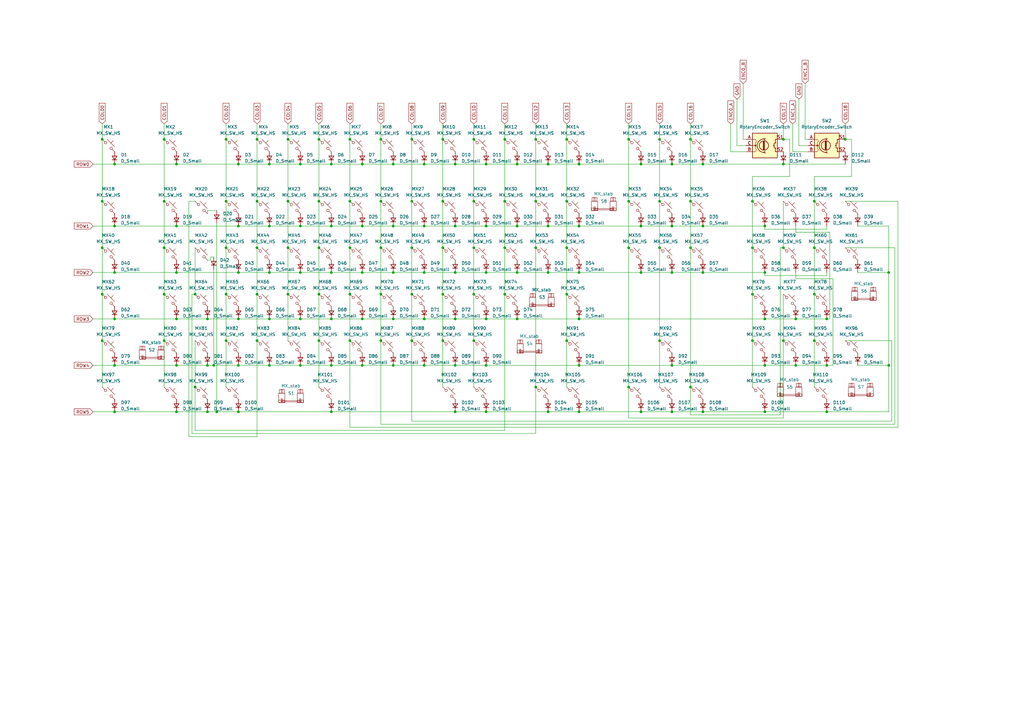
<source format=kicad_sch>
(kicad_sch (version 20231120) (generator "eeschema") (generator_version "8.0")
  (paper "A3")
  (junction (at 130.81 82.55))
  (junction (at 194.31 120.65))
  (junction (at 92.71 101.6))
  (junction (at 199.39 67.31))
  (junction (at 123.19 149.86))
  (junction (at 308.61 139.7))
  (junction (at 135.89 149.86))
  (junction (at 321.31 139.7))
  (junction (at 123.19 67.31))
  (junction (at 87.63 149.86))
  (junction (at 161.29 111.76))
  (junction (at 313.69 149.86))
  (junction (at 41.91 101.6))
  (junction (at 237.49 168.91))
  (junction (at 135.89 67.31))
  (junction (at 46.99 67.31))
  (junction (at 67.31 57.15))
  (junction (at 105.41 120.65))
  (junction (at 186.69 111.76))
  (junction (at 257.81 101.6))
  (junction (at 212.09 111.76))
  (junction (at 67.31 82.55))
  (junction (at 313.69 168.91))
  (junction (at 224.79 67.31))
  (junction (at 212.09 130.81))
  (junction (at 97.79 67.31))
  (junction (at 224.79 111.76))
  (junction (at 173.99 67.31))
  (junction (at 72.39 149.86))
  (junction (at 270.51 101.6))
  (junction (at 41.91 120.65))
  (junction (at 364.49 149.86))
  (junction (at 173.99 130.81))
  (junction (at 168.91 82.55))
  (junction (at 92.71 57.15))
  (junction (at 199.39 149.86))
  (junction (at 97.79 130.81))
  (junction (at 118.11 82.55))
  (junction (at 161.29 67.31))
  (junction (at 224.79 92.71))
  (junction (at 275.59 168.91))
  (junction (at 186.69 67.31))
  (junction (at 135.89 111.76))
  (junction (at 186.69 92.71))
  (junction (at 161.29 130.81))
  (junction (at 270.51 139.7))
  (junction (at 123.19 111.76))
  (junction (at 148.59 130.81))
  (junction (at 283.21 101.6))
  (junction (at 168.91 57.15))
  (junction (at 143.51 120.65))
  (junction (at 283.21 158.75))
  (junction (at 110.49 111.76))
  (junction (at 181.61 101.6))
  (junction (at 207.01 82.55))
  (junction (at 41.91 82.55))
  (junction (at 194.31 139.7))
  (junction (at 194.31 57.15))
  (junction (at 321.31 101.6))
  (junction (at 207.01 101.6))
  (junction (at 80.01 158.75))
  (junction (at 326.39 149.86))
  (junction (at 143.51 139.7))
  (junction (at 72.39 92.71))
  (junction (at 334.01 82.55))
  (junction (at 186.69 168.91))
  (junction (at 257.81 158.75))
  (junction (at 173.99 149.86))
  (junction (at 262.89 92.71))
  (junction (at 46.99 130.81))
  (junction (at 308.61 120.65))
  (junction (at 334.01 120.65))
  (junction (at 262.89 67.31))
  (junction (at 207.01 120.65))
  (junction (at 72.39 67.31))
  (junction (at 130.81 120.65))
  (junction (at 186.69 130.81))
  (junction (at 237.49 92.71))
  (junction (at 313.69 130.81))
  (junction (at 135.89 168.91))
  (junction (at 288.29 67.31))
  (junction (at 130.81 139.7))
  (junction (at 262.89 168.91))
  (junction (at 97.79 92.71))
  (junction (at 237.49 149.86))
  (junction (at 212.09 92.71))
  (junction (at 219.71 158.75))
  (junction (at 334.01 101.6))
  (junction (at 288.29 111.76))
  (junction (at 110.49 130.81))
  (junction (at 313.69 111.76))
  (junction (at 97.79 149.86))
  (junction (at 199.39 111.76))
  (junction (at 135.89 130.81))
  (junction (at 123.19 130.81))
  (junction (at 105.41 57.15))
  (junction (at 194.31 82.55))
  (junction (at 135.89 92.71))
  (junction (at 173.99 92.71))
  (junction (at 46.99 168.91))
  (junction (at 199.39 92.71))
  (junction (at 156.21 82.55))
  (junction (at 92.71 82.55))
  (junction (at 275.59 149.86))
  (junction (at 161.29 92.71))
  (junction (at 283.21 57.15))
  (junction (at 334.01 139.7))
  (junction (at 105.41 82.55))
  (junction (at 148.59 111.76))
  (junction (at 130.81 101.6))
  (junction (at 321.31 67.31))
  (junction (at 232.41 120.65))
  (junction (at 262.89 111.76))
  (junction (at 194.31 101.6))
  (junction (at 199.39 168.91))
  (junction (at 186.69 149.86))
  (junction (at 105.41 139.7))
  (junction (at 288.29 168.91))
  (junction (at 118.11 120.65))
  (junction (at 212.09 67.31))
  (junction (at 257.81 82.55))
  (junction (at 181.61 57.15))
  (junction (at 41.91 139.7))
  (junction (at 232.41 57.15))
  (junction (at 346.71 57.15))
  (junction (at 118.11 101.6))
  (junction (at 88.9 168.91))
  (junction (at 181.61 120.65))
  (junction (at 46.99 111.76))
  (junction (at 80.01 120.65))
  (junction (at 67.31 120.65))
  (junction (at 156.21 101.6))
  (junction (at 168.91 101.6))
  (junction (at 156.21 120.65))
  (junction (at 92.71 120.65))
  (junction (at 339.09 168.91))
  (junction (at 219.71 57.15))
  (junction (at 308.61 82.55))
  (junction (at 143.51 82.55))
  (junction (at 148.59 67.31))
  (junction (at 237.49 67.31))
  (junction (at 85.09 130.81))
  (junction (at 326.39 130.81))
  (junction (at 130.81 57.15))
  (junction (at 199.39 130.81))
  (junction (at 105.41 101.6))
  (junction (at 288.29 92.71))
  (junction (at 67.31 139.7))
  (junction (at 168.91 120.65))
  (junction (at 237.49 111.76))
  (junction (at 156.21 57.15))
  (junction (at 219.71 82.55))
  (junction (at 275.59 92.71))
  (junction (at 46.99 92.71))
  (junction (at 283.21 82.55))
  (junction (at 321.31 57.15))
  (junction (at 143.51 57.15))
  (junction (at 92.71 139.7))
  (junction (at 364.49 111.76))
  (junction (at 181.61 139.7))
  (junction (at 148.59 92.71))
  (junction (at 72.39 130.81))
  (junction (at 72.39 111.76))
  (junction (at 173.99 111.76))
  (junction (at 161.29 149.86))
  (junction (at 67.31 101.6))
  (junction (at 232.41 82.55))
  (junction (at 308.61 101.6))
  (junction (at 123.19 92.71))
  (junction (at 207.01 57.15))
  (junction (at 110.49 149.86))
  (junction (at 168.91 139.7))
  (junction (at 41.91 57.15))
  (junction (at 110.49 92.71))
  (junction (at 46.99 149.86))
  (junction (at 143.51 101.6))
  (junction (at 313.69 92.71))
  (junction (at 257.81 57.15))
  (junction (at 219.71 101.6))
  (junction (at 275.59 111.76))
  (junction (at 85.09 149.86))
  (junction (at 339.09 130.81))
  (junction (at 275.59 67.31))
  (junction (at 110.49 67.31))
  (junction (at 72.39 168.91))
  (junction (at 181.61 82.55))
  (junction (at 339.09 149.86))
  (junction (at 156.21 139.7))
  (junction (at 232.41 139.7))
  (junction (at 85.09 168.91))
  (junction (at 232.41 101.6))
  (junction (at 270.51 57.15))
  (junction (at 97.79 168.91))
  (junction (at 148.59 149.86))
  (junction (at 224.79 168.91))
  (junction (at 237.49 130.81))
  (junction (at 118.11 57.15))
  (junction (at 97.79 111.76))
  (junction (at 270.51 82.55))
  (wire (pts (xy 135.89 111.76) (xy 148.59 111.76)))
  (wire (pts (xy 110.49 92.71) (xy 123.19 92.71)))
  (wire (pts (xy 270.51 139.7) (xy 270.51 158.75)))
  (wire (pts (xy 156.21 139.7) (xy 156.21 173.99)))
  (wire (pts (xy 367.03 101.6) (xy 346.71 101.6)))
  (wire (pts (xy 339.09 111.76) (xy 339.09 113.03)))
  (wire (pts (xy 173.99 149.86) (xy 186.69 149.86)))
  (wire (pts (xy 123.19 111.76) (xy 135.89 111.76)))
  (wire (pts (xy 199.39 111.76) (xy 212.09 111.76)))
  (wire (pts (xy 283.21 158.75) (xy 283.21 170.18)))
  (wire (pts (xy 85.09 168.91) (xy 72.39 168.91)))
  (wire (pts (xy 72.39 130.81) (xy 85.09 130.81)))
  (wire (pts (xy 288.29 168.91) (xy 275.59 168.91)))
  (wire (pts (xy 118.11 120.65) (xy 118.11 139.7)))
  (wire (pts (xy 224.79 168.91) (xy 199.39 168.91)))
  (wire (pts (xy 270.51 50.8) (xy 270.51 57.15)))
  (wire (pts (xy 364.49 92.71) (xy 351.79 92.71)))
  (wire (pts (xy 262.89 67.31) (xy 275.59 67.31)))
  (wire (pts (xy 334.01 101.6) (xy 334.01 82.55)))
  (wire (pts (xy 262.89 168.91) (xy 237.49 168.91)))
  (wire (pts (xy 80.01 139.7) (xy 80.01 158.75)))
  (wire (pts (xy 88.9 168.91) (xy 85.09 168.91)))
  (wire (pts (xy 199.39 149.86) (xy 237.49 149.86)))
  (wire (pts (xy 275.59 149.86) (xy 313.69 149.86)))
  (wire (pts (xy 168.91 139.7) (xy 168.91 172.72)))
  (wire (pts (xy 283.21 82.55) (xy 283.21 101.6)))
  (wire (pts (xy 97.79 67.31) (xy 110.49 67.31)))
  (wire (pts (xy 199.39 168.91) (xy 186.69 168.91)))
  (wire (pts (xy 308.61 82.55) (xy 308.61 101.6)))
  (wire (pts (xy 270.51 82.55) (xy 270.51 101.6)))
  (wire (pts (xy 72.39 92.71) (xy 97.79 92.71)))
  (wire (pts (xy 334.01 139.7) (xy 334.01 120.65)))
  (wire (pts (xy 334.01 120.65) (xy 334.01 101.6)))
  (wire (pts (xy 41.91 57.15) (xy 41.91 82.55)))
  (wire (pts (xy 92.71 120.65) (xy 92.71 139.7)))
  (wire (pts (xy 308.61 120.65) (xy 308.61 139.7)))
  (wire (pts (xy 321.31 82.55) (xy 321.31 101.6)))
  (wire (pts (xy 181.61 139.7) (xy 181.61 158.75)))
  (wire (pts (xy 161.29 130.81) (xy 173.99 130.81)))
  (wire (pts (xy 313.69 93.98) (xy 339.09 93.98)))
  (wire (pts (xy 161.29 111.76) (xy 173.99 111.76)))
  (wire (pts (xy 321.31 50.8) (xy 321.31 57.15)))
  (wire (pts (xy 130.81 50.8) (xy 130.81 57.15)))
  (wire (pts (xy 130.81 101.6) (xy 130.81 120.65)))
  (wire (pts (xy 72.39 111.76) (xy 97.79 111.76)))
  (wire (pts (xy 168.91 101.6) (xy 168.91 120.65)))
  (wire (pts (xy 275.59 168.91) (xy 262.89 168.91)))
  (wire (pts (xy 313.69 168.91) (xy 288.29 168.91)))
  (wire (pts (xy 341.63 114.3) (xy 341.63 149.86)))
  (wire (pts (xy 237.49 168.91) (xy 224.79 168.91)))
  (wire (pts (xy 326.39 114.3) (xy 341.63 114.3)))
  (wire (pts (xy 80.01 120.65) (xy 78.74 120.65)))
  (wire (pts (xy 148.59 149.86) (xy 161.29 149.86)))
  (wire (pts (xy 351.79 111.76) (xy 364.49 111.76)))
  (wire (pts (xy 257.81 82.55) (xy 257.81 101.6)))
  (wire (pts (xy 156.21 57.15) (xy 156.21 82.55)))
  (wire (pts (xy 304.8 34.29) (xy 304.8 57.15)))
  (wire (pts (xy 186.69 111.76) (xy 199.39 111.76)))
  (wire (pts (xy 232.41 82.55) (xy 232.41 101.6)))
  (wire (pts (xy 340.36 130.81) (xy 340.36 95.25)))
  (wire (pts (xy 194.31 139.7) (xy 194.31 158.75)))
  (wire (pts (xy 224.79 67.31) (xy 237.49 67.31)))
  (wire (pts (xy 46.99 149.86) (xy 72.39 149.86)))
  (wire (pts (xy 105.41 139.7) (xy 105.41 179.07)))
  (wire (pts (xy 257.81 101.6) (xy 257.81 158.75)))
  (wire (pts (xy 41.91 120.65) (xy 41.91 139.7)))
  (wire (pts (xy 87.63 105.41) (xy 86.36 105.41)))
  (wire (pts (xy 199.39 67.31) (xy 212.09 67.31)))
  (wire (pts (xy 143.51 57.15) (xy 143.51 82.55)))
  (wire (pts (xy 325.12 62.23) (xy 331.47 62.23)))
  (wire (pts (xy 46.99 67.31) (xy 72.39 67.31)))
  (wire (pts (xy 168.91 82.55) (xy 168.91 101.6)))
  (wire (pts (xy 67.31 101.6) (xy 67.31 120.65)))
  (wire (pts (xy 275.59 67.31) (xy 288.29 67.31)))
  (wire (pts (xy 326.39 130.81) (xy 339.09 130.81)))
  (wire (pts (xy 299.72 50.8) (xy 299.72 62.23)))
  (wire (pts (xy 365.76 172.72) (xy 365.76 139.7)))
  (wire (pts (xy 194.31 120.65) (xy 194.31 139.7)))
  (wire (pts (xy 339.09 168.91) (xy 364.49 168.91)))
  (wire (pts (xy 339.09 168.91) (xy 313.69 168.91)))
  (wire (pts (xy 77.47 82.55) (xy 80.01 82.55)))
  (wire (pts (xy 143.51 82.55) (xy 143.51 101.6)))
  (wire (pts (xy 85.09 86.36) (xy 85.09 87.63)))
  (wire (pts (xy 232.41 139.7) (xy 232.41 158.75)))
  (wire (pts (xy 270.51 57.15) (xy 270.51 82.55)))
  (wire (pts (xy 46.99 92.71) (xy 72.39 92.71)))
  (wire (pts (xy 308.61 139.7) (xy 308.61 158.75)))
  (wire (pts (xy 313.69 149.86) (xy 326.39 149.86)))
  (wire (pts (xy 118.11 50.8) (xy 118.11 57.15)))
  (wire (pts (xy 105.41 50.8) (xy 105.41 57.15)))
  (wire (pts (xy 313.69 92.71) (xy 313.69 93.98)))
  (wire (pts (xy 105.41 57.15) (xy 105.41 82.55)))
  (wire (pts (xy 88.9 86.36) (xy 85.09 86.36)))
  (wire (pts (xy 85.09 149.86) (xy 87.63 149.86)))
  (wire (pts (xy 85.09 130.81) (xy 97.79 130.81)))
  (wire (pts (xy 194.31 101.6) (xy 194.31 120.65)))
  (wire (pts (xy 80.01 158.75) (xy 80.01 176.53)))
  (wire (pts (xy 313.69 113.03) (xy 339.09 113.03)))
  (wire (pts (xy 302.26 59.69) (xy 306.07 59.69)))
  (wire (pts (xy 148.59 92.71) (xy 161.29 92.71)))
  (wire (pts (xy 321.31 139.7) (xy 321.31 120.65)))
  (wire (pts (xy 123.19 92.71) (xy 135.89 92.71)))
  (wire (pts (xy 364.49 111.76) (xy 364.49 92.71)))
  (wire (pts (xy 219.71 57.15) (xy 219.71 82.55)))
  (wire (pts (xy 92.71 50.8) (xy 92.71 57.15)))
  (wire (pts (xy 275.59 92.71) (xy 288.29 92.71)))
  (wire (pts (xy 168.91 120.65) (xy 168.91 139.7)))
  (wire (pts (xy 257.81 171.45) (xy 321.31 171.45)))
  (wire (pts (xy 199.39 130.81) (xy 212.09 130.81)))
  (wire (pts (xy 237.49 149.86) (xy 275.59 149.86)))
  (wire (pts (xy 123.19 130.81) (xy 135.89 130.81)))
  (wire (pts (xy 283.21 101.6) (xy 283.21 158.75)))
  (wire (pts (xy 173.99 130.81) (xy 186.69 130.81)))
  (wire (pts (xy 321.31 67.31) (xy 346.71 67.31)))
  (wire (pts (xy 80.01 101.6) (xy 80.01 120.65)))
  (wire (pts (xy 72.39 149.86) (xy 85.09 149.86)))
  (wire (pts (xy 212.09 92.71) (xy 224.79 92.71)))
  (wire (pts (xy 367.03 173.99) (xy 367.03 101.6)))
  (wire (pts (xy 302.26 40.64) (xy 302.26 59.69)))
  (wire (pts (xy 130.81 139.7) (xy 130.81 158.75)))
  (wire (pts (xy 161.29 92.71) (xy 173.99 92.71)))
  (wire (pts (xy 148.59 111.76) (xy 161.29 111.76)))
  (wire (pts (xy 46.99 130.81) (xy 72.39 130.81)))
  (wire (pts (xy 92.71 57.15) (xy 92.71 82.55)))
  (wire (pts (xy 283.21 50.8) (xy 283.21 57.15)))
  (wire (pts (xy 186.69 67.31) (xy 199.39 67.31)))
  (wire (pts (xy 38.1 67.31) (xy 46.99 67.31)))
  (wire (pts (xy 143.51 120.65) (xy 143.51 139.7)))
  (wire (pts (xy 325.12 50.8) (xy 325.12 62.23)))
  (wire (pts (xy 168.91 50.8) (xy 168.91 57.15)))
  (wire (pts (xy 308.61 101.6) (xy 308.61 120.65)))
  (wire (pts (xy 86.36 105.41) (xy 86.36 106.68)))
  (wire (pts (xy 186.69 149.86) (xy 199.39 149.86)))
  (wire (pts (xy 181.61 57.15) (xy 181.61 82.55)))
  (wire (pts (xy 46.99 111.76) (xy 72.39 111.76)))
  (wire (pts (xy 130.81 82.55) (xy 130.81 101.6)))
  (wire (pts (xy 270.51 101.6) (xy 270.51 139.7)))
  (wire (pts (xy 288.29 92.71) (xy 313.69 92.71)))
  (wire (pts (xy 330.2 34.29) (xy 330.2 57.15)))
  (wire (pts (xy 97.79 130.81) (xy 110.49 130.81)))
  (wire (pts (xy 156.21 50.8) (xy 156.21 57.15)))
  (wire (pts (xy 186.69 92.71) (xy 199.39 92.71)))
  (wire (pts (xy 173.99 92.71) (xy 186.69 92.71)))
  (wire (pts (xy 323.85 57.15) (xy 323.85 72.39)))
  (wire (pts (xy 339.09 130.81) (xy 340.36 130.81)))
  (wire (pts (xy 323.85 72.39) (xy 308.61 72.39)))
  (wire (pts (xy 334.01 158.75) (xy 334.01 139.7)))
  (wire (pts (xy 78.74 120.65) (xy 78.74 177.8)))
  (wire (pts (xy 219.71 50.8) (xy 219.71 57.15)))
  (wire (pts (xy 207.01 82.55) (xy 207.01 101.6)))
  (wire (pts (xy 38.1 130.81) (xy 46.99 130.81)))
  (wire (pts (xy 97.79 111.76) (xy 110.49 111.76)))
  (wire (pts (xy 156.21 101.6) (xy 156.21 120.65)))
  (wire (pts (xy 67.31 120.65) (xy 67.31 139.7)))
  (wire (pts (xy 78.74 177.8) (xy 219.71 177.8)))
  (wire (pts (xy 41.91 139.7) (xy 41.91 158.75)))
  (wire (pts (xy 92.71 101.6) (xy 92.71 120.65)))
  (wire (pts (xy 161.29 149.86) (xy 173.99 149.86)))
  (wire (pts (xy 67.31 139.7) (xy 67.31 158.75)))
  (wire (pts (xy 351.79 149.86) (xy 364.49 149.86)))
  (wire (pts (xy 110.49 130.81) (xy 123.19 130.81)))
  (wire (pts (xy 97.79 92.71) (xy 110.49 92.71)))
  (wire (pts (xy 88.9 91.44) (xy 88.9 168.91)))
  (wire (pts (xy 327.66 40.64) (xy 327.66 59.69)))
  (wire (pts (xy 219.71 101.6) (xy 219.71 158.75)))
  (wire (pts (xy 72.39 168.91) (xy 46.99 168.91)))
  (wire (pts (xy 38.1 168.91) (xy 46.99 168.91)))
  (wire (pts (xy 237.49 92.71) (xy 262.89 92.71)))
  (wire (pts (xy 257.81 50.8) (xy 257.81 57.15)))
  (wire (pts (xy 212.09 130.81) (xy 237.49 130.81)))
  (wire (pts (xy 320.04 170.18) (xy 320.04 101.6)))
  (wire (pts (xy 304.8 57.15) (xy 306.07 57.15)))
  (wire (pts (xy 72.39 67.31) (xy 97.79 67.31)))
  (wire (pts (xy 97.79 149.86) (xy 110.49 149.86)))
  (wire (pts (xy 219.71 177.8) (xy 219.71 158.75)))
  (wire (pts (xy 346.71 50.8) (xy 346.71 57.15)))
  (wire (pts (xy 135.89 67.31) (xy 148.59 67.31)))
  (wire (pts (xy 232.41 50.8) (xy 232.41 57.15)))
  (wire (pts (xy 118.11 82.55) (xy 118.11 101.6)))
  (wire (pts (xy 219.71 82.55) (xy 219.71 101.6)))
  (wire (pts (xy 105.41 179.07) (xy 77.47 179.07)))
  (wire (pts (xy 161.29 67.31) (xy 173.99 67.31)))
  (wire (pts (xy 87.63 110.49) (xy 87.63 149.86)))
  (wire (pts (xy 368.3 175.26) (xy 368.3 82.55)))
  (wire (pts (xy 257.81 57.15) (xy 257.81 82.55)))
  (wire (pts (xy 67.31 82.55) (xy 67.31 101.6)))
  (wire (pts (xy 232.41 120.65) (xy 232.41 139.7)))
  (wire (pts (xy 38.1 149.86) (xy 46.99 149.86)))
  (wire (pts (xy 349.25 57.15) (xy 349.25 72.39)))
  (wire (pts (xy 365.76 139.7) (xy 346.71 139.7)))
  (wire (pts (xy 321.31 171.45) (xy 321.31 139.7)))
  (wire (pts (xy 349.25 72.39) (xy 334.01 72.39)))
  (wire (pts (xy 330.2 57.15) (xy 331.47 57.15)))
  (wire (pts (xy 143.51 175.26) (xy 368.3 175.26)))
  (wire (pts (xy 257.81 158.75) (xy 257.81 171.45)))
  (wire (pts (xy 41.91 101.6) (xy 41.91 120.65)))
  (wire (pts (xy 232.41 101.6) (xy 232.41 120.65)))
  (wire (pts (xy 135.89 92.71) (xy 148.59 92.71)))
  (wire (pts (xy 321.31 57.15) (xy 323.85 57.15)))
  (wire (pts (xy 194.31 82.55) (xy 194.31 101.6)))
  (wire (pts (xy 173.99 67.31) (xy 186.69 67.31)))
  (wire (pts (xy 313.69 111.76) (xy 313.69 113.03)))
  (wire (pts (xy 86.36 106.68) (xy 85.09 106.68)))
  (wire (pts (xy 168.91 57.15) (xy 168.91 82.55)))
  (wire (pts (xy 207.01 101.6) (xy 207.01 120.65)))
  (wire (pts (xy 87.63 149.86) (xy 97.79 149.86)))
  (wire (pts (xy 118.11 57.15) (xy 118.11 82.55)))
  (wire (pts (xy 156.21 82.55) (xy 156.21 101.6)))
  (wire (pts (xy 288.29 67.31) (xy 321.31 67.31)))
  (wire (pts (xy 326.39 95.25) (xy 326.39 92.71)))
  (wire (pts (xy 105.41 120.65) (xy 105.41 139.7)))
  (wire (pts (xy 320.04 101.6) (xy 321.31 101.6)))
  (wire (pts (xy 92.71 82.55) (xy 92.71 101.6)))
  (wire (pts (xy 340.36 95.25) (xy 326.39 95.25)))
  (wire (pts (xy 123.19 149.86) (xy 135.89 149.86)))
  (wire (pts (xy 110.49 111.76) (xy 123.19 111.76)))
  (wire (pts (xy 148.59 130.81) (xy 161.29 130.81)))
  (wire (pts (xy 283.21 170.18) (xy 320.04 170.18)))
  (wire (pts (xy 368.3 82.55) (xy 346.71 82.55)))
  (wire (pts (xy 364.49 168.91) (xy 364.49 149.86)))
  (wire (pts (xy 237.49 130.81) (xy 313.69 130.81)))
  (wire (pts (xy 77.47 179.07) (xy 77.47 82.55)))
  (wire (pts (xy 275.59 111.76) (xy 288.29 111.76)))
  (wire (pts (xy 181.61 101.6) (xy 181.61 120.65)))
  (wire (pts (xy 173.99 111.76) (xy 186.69 111.76)))
  (wire (pts (xy 41.91 50.8) (xy 41.91 57.15)))
  (wire (pts (xy 313.69 130.81) (xy 326.39 130.81)))
  (wire (pts (xy 181.61 50.8) (xy 181.61 57.15)))
  (wire (pts (xy 224.79 111.76) (xy 237.49 111.76)))
  (wire (pts (xy 97.79 168.91) (xy 88.9 168.91)))
  (wire (pts (xy 212.09 111.76) (xy 224.79 111.76)))
  (wire (pts (xy 181.61 82.55) (xy 181.61 101.6)))
  (wire (pts (xy 156.21 173.99) (xy 367.03 173.99)))
  (wire (pts (xy 92.71 139.7) (xy 92.71 158.75)))
  (wire (pts (xy 143.51 101.6) (xy 143.51 120.65)))
  (wire (pts (xy 194.31 57.15) (xy 194.31 82.55)))
  (wire (pts (xy 130.81 57.15) (xy 130.81 82.55)))
  (wire (pts (xy 262.89 111.76) (xy 275.59 111.76)))
  (wire (pts (xy 105.41 82.55) (xy 105.41 101.6)))
  (wire (pts (xy 110.49 67.31) (xy 123.19 67.31)))
  (wire (pts (xy 135.89 149.86) (xy 148.59 149.86)))
  (wire (pts (xy 237.49 67.31) (xy 262.89 67.31)))
  (wire (pts (xy 299.72 62.23) (xy 306.07 62.23)))
  (wire (pts (xy 327.66 59.69) (xy 331.47 59.69)))
  (wire (pts (xy 143.51 50.8) (xy 143.51 57.15)))
  (wire (pts (xy 199.39 92.71) (xy 212.09 92.71)))
  (wire (pts (xy 283.21 57.15) (xy 283.21 82.55)))
  (wire (pts (xy 105.41 101.6) (xy 105.41 120.65)))
  (wire (pts (xy 41.91 82.55) (xy 41.91 101.6)))
  (wire (pts (xy 156.21 120.65) (xy 156.21 139.7)))
  (wire (pts (xy 38.1 111.76) (xy 46.99 111.76)))
  (wire (pts (xy 326.39 149.86) (xy 339.09 149.86)))
  (wire (pts (xy 308.61 72.39) (xy 308.61 82.55)))
  (wire (pts (xy 186.69 130.81) (xy 199.39 130.81)))
  (wire (pts (xy 168.91 172.72) (xy 365.76 172.72)))
  (wire (pts (xy 212.09 67.31) (xy 224.79 67.31)))
  (wire (pts (xy 207.01 50.8) (xy 207.01 57.15)))
  (wire (pts (xy 118.11 101.6) (xy 118.11 120.65)))
  (wire (pts (xy 326.39 111.76) (xy 326.39 114.3)))
  (wire (pts (xy 80.01 176.53) (xy 207.01 176.53)))
  (wire (pts (xy 364.49 149.86) (xy 364.49 111.76)))
  (wire (pts (xy 130.81 120.65) (xy 130.81 139.7)))
  (wire (pts (xy 67.31 57.15) (xy 67.31 82.55)))
  (wire (pts (xy 110.49 149.86) (xy 123.19 149.86)))
  (wire (pts (xy 207.01 120.65) (xy 207.01 176.53)))
  (wire (pts (xy 346.71 57.15) (xy 349.25 57.15)))
  (wire (pts (xy 194.31 50.8) (xy 194.31 57.15)))
  (wire (pts (xy 67.31 50.8) (xy 67.31 57.15)))
  (wire (pts (xy 334.01 72.39) (xy 334.01 82.55)))
  (wire (pts (xy 339.09 93.98) (xy 339.09 92.71)))
  (wire (pts (xy 38.1 92.71) (xy 46.99 92.71)))
  (wire (pts (xy 186.69 168.91) (xy 135.89 168.91)))
  (wire (pts (xy 262.89 92.71) (xy 275.59 92.71)))
  (wire (pts (xy 237.49 111.76) (xy 262.89 111.76)))
  (wire (pts (xy 288.29 111.76) (xy 313.69 111.76)))
  (wire (pts (xy 181.61 120.65) (xy 181.61 139.7)))
  (wire (pts (xy 224.79 92.71) (xy 237.49 92.71)))
  (wire (pts (xy 135.89 168.91) (xy 97.79 168.91)))
  (wire (pts (xy 135.89 130.81) (xy 148.59 130.81)))
  (wire (pts (xy 339.09 149.86) (xy 341.63 149.86)))
  (wire (pts (xy 232.41 57.15) (xy 232.41 82.55)))
  (wire (pts (xy 148.59 67.31) (xy 161.29 67.31)))
  (wire (pts (xy 123.19 67.31) (xy 135.89 67.31)))
  (wire (pts (xy 143.51 139.7) (xy 143.51 175.26)))
  (wire (pts (xy 207.01 57.15) (xy 207.01 82.55)))
  (global_label "GND" (shape input) (at 302.26 40.64 90) (property "Intersheetrefs" "${INTERSHEET_REFS}" (effects (hide yes))))
  (global_label "COL03" (shape input) (at 105.41 50.8 90) (property "Intersheetrefs" "${INTERSHEET_REFS}" (effects (hide yes))))
  (global_label "COL12" (shape input) (at 219.71 50.8 90) (property "Intersheetrefs" "${INTERSHEET_REFS}" (effects (hide yes))))
  (global_label "ENC1_A" (shape input) (at 325.12 50.8 90) (property "Intersheetrefs" "${INTERSHEET_REFS}" (effects (hide yes))))
  (global_label "COL05" (shape input) (at 130.81 50.8 90) (property "Intersheetrefs" "${INTERSHEET_REFS}" (effects (hide yes))))
  (global_label "ROW0" (shape input) (at 38.1 67.31 180) (property "Intersheetrefs" "${INTERSHEET_REFS}" (effects (hide yes))))
  (global_label "COL14" (shape input) (at 257.81 50.8 90) (property "Intersheetrefs" "${INTERSHEET_REFS}" (effects (hide yes))))
  (global_label "COL07" (shape input) (at 156.21 50.8 90) (property "Intersheetrefs" "${INTERSHEET_REFS}" (effects (hide yes))))
  (global_label "COL13" (shape input) (at 232.41 50.8 90) (property "Intersheetrefs" "${INTERSHEET_REFS}" (effects (hide yes))))
  (global_label "ROW4" (shape input) (at 38.1 149.86 180) (property "Intersheetrefs" "${INTERSHEET_REFS}" (effects (hide yes))))
  (global_label "COL08" (shape input) (at 168.91 50.8 90) (property "Intersheetrefs" "${INTERSHEET_REFS}" (effects (hide yes))))
  (global_label "ENC1_B" (shape input) (at 330.2 34.29 90) (property "Intersheetrefs" "${INTERSHEET_REFS}" (effects (hide yes))))
  (global_label "COL02" (shape input) (at 92.71 50.8 90) (property "Intersheetrefs" "${INTERSHEET_REFS}" (effects (hide yes))))
  (global_label "COL06" (shape input) (at 143.51 50.8 90) (property "Intersheetrefs" "${INTERSHEET_REFS}" (effects (hide yes))))
  (global_label "ROW2" (shape input) (at 38.1 111.76 180) (property "Intersheetrefs" "${INTERSHEET_REFS}" (effects (hide yes))))
  (global_label "COL16" (shape input) (at 283.21 50.8 90) (property "Intersheetrefs" "${INTERSHEET_REFS}" (effects (hide yes))))
  (global_label "ROW1" (shape input) (at 38.1 92.71 180) (property "Intersheetrefs" "${INTERSHEET_REFS}" (effects (hide yes))))
  (global_label "COL17" (shape input) (at 321.31 50.8 90) (property "Intersheetrefs" "${INTERSHEET_REFS}" (effects (hide yes))))
  (global_label "COL01" (shape input) (at 67.31 50.8 90) (property "Intersheetrefs" "${INTERSHEET_REFS}" (effects (hide yes))))
  (global_label "COL04" (shape input) (at 118.11 50.8 90) (property "Intersheetrefs" "${INTERSHEET_REFS}" (effects (hide yes))))
  (global_label "COL00" (shape input) (at 41.91 50.8 90) (property "Intersheetrefs" "${INTERSHEET_REFS}" (effects (hide yes))))
  (global_label "ROW5" (shape input) (at 38.1 168.91 180) (property "Intersheetrefs" "${INTERSHEET_REFS}" (effects (hide yes))))
  (global_label "ENC0_A" (shape input) (at 299.72 50.8 90) (property "Intersheetrefs" "${INTERSHEET_REFS}" (effects (hide yes))))
  (global_label "ROW3" (shape input) (at 38.1 130.81 180) (property "Intersheetrefs" "${INTERSHEET_REFS}" (effects (hide yes))))
  (global_label "GND" (shape input) (at 327.66 40.64 90) (property "Intersheetrefs" "${INTERSHEET_REFS}" (effects (hide yes))))
  (global_label "COL10" (shape input) (at 194.31 50.8 90) (property "Intersheetrefs" "${INTERSHEET_REFS}" (effects (hide yes))))
  (global_label "COL18" (shape input) (at 346.71 50.8 90) (property "Intersheetrefs" "${INTERSHEET_REFS}" (effects (hide yes))))
  (global_label "COL09" (shape input) (at 181.61 50.8 90) (property "Intersheetrefs" "${INTERSHEET_REFS}" (effects (hide yes))))
  (global_label "COL15" (shape input) (at 270.51 50.8 90) (property "Intersheetrefs" "${INTERSHEET_REFS}" (effects (hide yes))))
  (global_label "COL11" (shape input) (at 207.01 50.8 90) (property "Intersheetrefs" "${INTERSHEET_REFS}" (effects (hide yes))))
  (global_label "ENC0_B" (shape input) (at 304.8 34.29 90) (property "Intersheetrefs" "${INTERSHEET_REFS}" (effects (hide yes))))
  (symbol (lib_id "PCM_marbastlib-mx:MX_SW_HS_CPG151101S11") (at 311.15 85.09 0) (unit 1)
    (property "Reference" "MX36" (at 311.15 77.47 0))
    (property "Value" "MX_SW_HS" (at 311.15 80.01 0))
    (property "Footprint" "PCM_marbastlib-mx:SW_MX_HS_CPG151101S11_1u" (effects (hide yes)))
    (property "Description" "Push button switch, normally open, two pins, 45° tilted, Kailh CPG151101S11 for Cherry MX style switches" (effects (hide yes)))
  )
  (symbol (lib_id "PCM_marbastlib-mx:MX_SW_HS_CPG151101S11") (at 133.35 59.69 0) (unit 1)
    (property "Reference" "MX6" (at 133.35 52.07 0))
    (property "Value" "MX_SW_HS" (at 133.35 54.61 0))
    (property "Footprint" "PCM_marbastlib-mx:SW_MX_HS_CPG151101S11_1u" (effects (hide yes)))
    (property "Description" "Push button switch, normally open, two pins, 45° tilted, Kailh CPG151101S11 for Cherry MX style switches" (effects (hide yes)))
  )
  (symbol (lib_id "PCM_marbastlib-mx:MX_SW_HS_CPG151101S11") (at 95.25 123.19 0) (unit 1)
    (property "Reference" "MX65" (at 95.25 115.57 0))
    (property "Value" "MX_SW_HS" (at 95.25 118.11 0))
    (property "Footprint" "PCM_marbastlib-mx:SW_MX_HS_CPG151101S11_1u" (effects (hide yes)))
    (property "Description" "Push button switch, normally open, two pins, 45° tilted, Kailh CPG151101S11 for Cherry MX style switches" (effects (hide yes)))
  )
  (symbol (lib_id "Device:D_Small") (at 326.39 128.27 90) (unit 1)
    (property "Reference" "D77" (at 328.93 126.9999 90) (effects (justify right)))
    (property "Value" "D_Small" (at 328.93 129.5399 90) (effects (justify right)))
    (property "Footprint" "Diode_SMD:D_SOD-123" (effects (hide yes)))
    (property "Description" "Diode, small symbol" (effects (hide yes)))
    (property "Sim.Device" "D" (effects (hide yes)))
    (property "Sim.Pins" "1=K 2=A" (effects (hide yes)))
  )
  (symbol (lib_id "PCM_marbastlib-mx:MX_SW_HS_CPG151101S11") (at 133.35 142.24 0) (unit 1)
    (property "Reference" "MX85" (at 133.35 134.62 0))
    (property "Value" "MX_SW_HS" (at 133.35 137.16 0))
    (property "Footprint" "PCM_marbastlib-mx:SW_MX_HS_CPG151101S11_1u" (effects (hide yes)))
    (property "Description" "Push button switch, normally open, two pins, 45° tilted, Kailh CPG151101S11 for Cherry MX style switches" (effects (hide yes)))
  )
  (symbol (lib_id "Device:D_Small") (at 88.9 88.9 90) (unit 1)
    (property "Reference" "D20" (at 91.44 87.6299 90) (effects (justify right)))
    (property "Value" "D_Small" (at 91.44 90.1699 90) (effects (justify right)))
    (property "Footprint" "Diode_SMD:D_SOD-123" (effects (hide yes)))
    (property "Description" "Diode, small symbol" (effects (hide yes)))
    (property "Sim.Device" "D" (effects (hide yes)))
    (property "Sim.Pins" "1=K 2=A" (effects (hide yes)))
  )
  (symbol (lib_id "Device:D_Small") (at 148.59 128.27 90) (unit 1)
    (property "Reference" "D69" (at 151.13 126.9999 90) (effects (justify right)))
    (property "Value" "D_Small" (at 151.13 129.5399 90) (effects (justify right)))
    (property "Footprint" "Diode_SMD:D_SOD-123" (effects (hide yes)))
    (property "Description" "Diode, small symbol" (effects (hide yes)))
    (property "Sim.Device" "D" (effects (hide yes)))
    (property "Sim.Pins" "1=K 2=A" (effects (hide yes)))
  )
  (symbol (lib_id "Device:D_Small") (at 72.39 128.27 90) (unit 1)
    (property "Reference" "D63" (at 74.93 126.9999 90) (effects (justify right)))
    (property "Value" "D_Small" (at 74.93 129.5399 90) (effects (justify right)))
    (property "Footprint" "Diode_SMD:D_SOD-123" (effects (hide yes)))
    (property "Description" "Diode, small symbol" (effects (hide yes)))
    (property "Sim.Device" "D" (effects (hide yes)))
    (property "Sim.Pins" "1=K 2=A" (effects (hide yes)))
  )
  (symbol (lib_id "Device:D_Small") (at 346.71 64.77 90) (unit 1)
    (property "Reference" "D112" (at 349.25 63.4999 90) (effects (justify right)))
    (property "Value" "D_Small" (at 349.25 66.0399 90) (effects (justify right)))
    (property "Footprint" "Diode_SMD:D_SOD-123" (effects (hide yes)))
    (property "Description" "Diode, small symbol" (effects (hide yes)))
    (property "Sim.Device" "D" (effects (hide yes)))
    (property "Sim.Pins" "1=K 2=A" (effects (hide yes)))
  )
  (symbol (lib_id "Device:RotaryEncoder_Switch") (at 339.09 59.69 0) (unit 1)
    (property "Reference" "SW2" (at 339.09 49.53 0))
    (property "Value" "RotaryEncoder_Switch" (at 339.09 52.07 0))
    (property "Footprint" "PCM_marbastlib-various:ROT_Alps_EC11E-Switch" (effects (hide yes)))
    (property "Description" "Rotary encoder, dual channel, incremental quadrate outputs, with switch" (effects (hide yes)))
  )
  (symbol (lib_id "PCM_marbastlib-mx:MX_stab") (at 222.25 123.19 0) (unit 1)
    (property "Reference" "S3" (at 220.98 121.92 0) (effects (justify left)))
    (property "Value" "MX_stab" (at 218.186 118.872 0) (effects (justify left)))
    (property "Footprint" "PCM_marbastlib-mx:STAB_MX_P_2.25u" (effects (hide yes)))
    (property "Description" "Cherry MX-style stabilizer" (effects (hide yes)))
  )
  (symbol (lib_id "Device:D_Small") (at 72.39 166.37 90) (unit 1)
    (property "Reference" "D98" (at 74.93 165.0999 90) (effects (justify right)))
    (property "Value" "D_Small" (at 74.93 167.6399 90) (effects (justify right)))
    (property "Footprint" "Diode_SMD:D_SOD-123" (effects (hide yes)))
    (property "Description" "Diode, small symbol" (effects (hide yes)))
    (property "Sim.Device" "D" (effects (hide yes)))
    (property "Sim.Pins" "1=K 2=A" (effects (hide yes)))
  )
  (symbol (lib_id "PCM_marbastlib-mx:MX_SW_HS_CPG151101S11") (at 158.75 85.09 0) (unit 1)
    (property "Reference" "MX26" (at 158.75 77.47 0))
    (property "Value" "MX_SW_HS" (at 158.75 80.01 0))
    (property "Footprint" "PCM_marbastlib-mx:SW_MX_HS_CPG151101S11_1u" (effects (hide yes)))
    (property "Description" "Push button switch, normally open, two pins, 45° tilted, Kailh CPG151101S11 for Cherry MX style switches" (effects (hide yes)))
  )
  (symbol (lib_id "PCM_marbastlib-mx:MX_SW_HS_CPG151101S11") (at 209.55 59.69 0) (unit 1)
    (property "Reference" "MX12" (at 209.55 52.07 0))
    (property "Value" "MX_SW_HS" (at 209.55 54.61 0))
    (property "Footprint" "PCM_marbastlib-mx:SW_MX_HS_CPG151101S11_1u" (effects (hide yes)))
    (property "Description" "Push button switch, normally open, two pins, 45° tilted, Kailh CPG151101S11 for Cherry MX style switches" (effects (hide yes)))
  )
  (symbol (lib_id "PCM_marbastlib-mx:MX_SW_HS_CPG151101S11") (at 184.15 161.29 0) (unit 1)
    (property "Reference" "MX102" (at 184.15 153.67 0))
    (property "Value" "MX_SW_HS" (at 184.15 156.21 0))
    (property "Footprint" "PCM_marbastlib-mx:SW_MX_HS_CPG151101S11_1u" (effects (hide yes)))
    (property "Description" "Push button switch, normally open, two pins, 45° tilted, Kailh CPG151101S11 for Cherry MX style switches" (effects (hide yes)))
  )
  (symbol (lib_id "Device:D_Small") (at 148.59 90.17 90) (unit 1)
    (property "Reference" "D25" (at 151.13 88.8999 90) (effects (justify right)))
    (property "Value" "D_Small" (at 151.13 91.4399 90) (effects (justify right)))
    (property "Footprint" "Diode_SMD:D_SOD-123" (effects (hide yes)))
    (property "Description" "Diode, small symbol" (effects (hide yes)))
    (property "Sim.Device" "D" (effects (hide yes)))
    (property "Sim.Pins" "1=K 2=A" (effects (hide yes)))
  )
  (symbol (lib_id "Device:D_Small") (at 275.59 64.77 90) (unit 1)
    (property "Reference" "D16" (at 278.13 63.4999 90) (effects (justify right)))
    (property "Value" "D_Small" (at 278.13 66.0399 90) (effects (justify right)))
    (property "Footprint" "Diode_SMD:D_SOD-123" (effects (hide yes)))
    (property "Description" "Diode, small symbol" (effects (hide yes)))
    (property "Sim.Device" "D" (effects (hide yes)))
    (property "Sim.Pins" "1=K 2=A" (effects (hide yes)))
  )
  (symbol (lib_id "Device:D_Small") (at 237.49 128.27 90) (unit 1)
    (property "Reference" "D75" (at 240.03 126.9999 90) (effects (justify right)))
    (property "Value" "D_Small" (at 240.03 129.5399 90) (effects (justify right)))
    (property "Footprint" "Diode_SMD:D_SOD-123" (effects (hide yes)))
    (property "Description" "Diode, small symbol" (effects (hide yes)))
    (property "Sim.Device" "D" (effects (hide yes)))
    (property "Sim.Pins" "1=K 2=A" (effects (hide yes)))
  )
  (symbol (lib_id "PCM_marbastlib-mx:MX_SW_HS_CPG151101S11") (at 323.85 123.19 0) (unit 1)
    (property "Reference" "MX77" (at 323.85 115.57 0))
    (property "Value" "MX_SW_HS" (at 323.85 118.11 0))
    (property "Footprint" "PCM_marbastlib-mx:SW_MX_HS_CPG151101S11_1u" (effects (hide yes)))
    (property "Description" "Push button switch, normally open, two pins, 45° tilted, Kailh CPG151101S11 for Cherry MX style switches" (effects (hide yes)))
  )
  (symbol (lib_id "Device:D_Small") (at 110.49 64.77 90) (unit 1)
    (property "Reference" "D4" (at 113.03 63.4999 90) (effects (justify right)))
    (property "Value" "D_Small" (at 113.03 66.0399 90) (effects (justify right)))
    (property "Footprint" "Diode_SMD:D_SOD-123" (effects (hide yes)))
    (property "Description" "Diode, small symbol" (effects (hide yes)))
    (property "Sim.Device" "D" (effects (hide yes)))
    (property "Sim.Pins" "1=K 2=A" (effects (hide yes)))
  )
  (symbol (lib_id "PCM_marbastlib-mx:MX_SW_HS_CPG151101S11") (at 82.55 161.29 0) (unit 1)
    (property "Reference" "MX99" (at 82.55 153.67 0))
    (property "Value" "MX_SW_HS" (at 82.55 156.21 0))
    (property "Footprint" "PCM_marbastlib-mx:SW_MX_HS_CPG151101S11_1u" (effects (hide yes)))
    (property "Description" "Push button switch, normally open, two pins, 45° tilted, Kailh CPG151101S11 for Cherry MX style switches" (effects (hide yes)))
  )
  (symbol (lib_id "Device:D_Small") (at 237.49 166.37 90) (unit 1)
    (property "Reference" "D105" (at 240.03 165.0999 90) (effects (justify right)))
    (property "Value" "D_Small" (at 240.03 167.6399 90) (effects (justify right)))
    (property "Footprint" "Diode_SMD:D_SOD-123" (effects (hide yes)))
    (property "Description" "Diode, small symbol" (effects (hide yes)))
    (property "Sim.Device" "D" (effects (hide yes)))
    (property "Sim.Pins" "1=K 2=A" (effects (hide yes)))
  )
  (symbol (lib_id "PCM_marbastlib-mx:MX_SW_HS_CPG151101S11") (at 285.75 104.14 0) (unit 1)
    (property "Reference" "MX57" (at 285.75 96.52 0))
    (property "Value" "MX_SW_HS" (at 285.75 99.06 0))
    (property "Footprint" "PCM_marbastlib-mx:SW_MX_HS_CPG151101S11_1u" (effects (hide yes)))
    (property "Description" "Push button switch, normally open, two pins, 45° tilted, Kailh CPG151101S11 for Cherry MX style switches" (effects (hide yes)))
  )
  (symbol (lib_id "PCM_marbastlib-mx:MX_SW_HS_CPG151101S11") (at 146.05 123.19 0) (unit 1)
    (property "Reference" "MX69" (at 146.05 115.57 0))
    (property "Value" "MX_SW_HS" (at 146.05 118.11 0))
    (property "Footprint" "PCM_marbastlib-mx:SW_MX_HS_CPG151101S11_1u" (effects (hide yes)))
    (property "Description" "Push button switch, normally open, two pins, 45° tilted, Kailh CPG151101S11 for Cherry MX style switches" (effects (hide yes)))
  )
  (symbol (lib_id "PCM_marbastlib-mx:MX_SW_HS_CPG151101S11") (at 171.45 142.24 0) (unit 1)
    (property "Reference" "MX88" (at 171.45 134.62 0))
    (property "Value" "MX_SW_HS" (at 171.45 137.16 0))
    (property "Footprint" "PCM_marbastlib-mx:SW_MX_HS_CPG151101S11_1u" (effects (hide yes)))
    (property "Description" "Push button switch, normally open, two pins, 45° tilted, Kailh CPG151101S11 for Cherry MX style switches" (effects (hide yes)))
  )
  (symbol (lib_id "PCM_marbastlib-mx:MX_SW_HS_CPG151101S11") (at 82.55 85.09 0) (unit 1)
    (property "Reference" "MX20" (at 82.55 77.47 0))
    (property "Value" "MX_SW_HS" (at 82.55 80.01 0))
    (property "Footprint" "PCM_marbastlib-mx:SW_MX_HS_CPG151101S11_1u" (effects (hide yes)))
    (property "Description" "Push button switch, normally open, two pins, 45° tilted, Kailh CPG151101S11 for Cherry MX style switches" (effects (hide yes)))
  )
  (symbol (lib_id "PCM_marbastlib-mx:MX_SW_HS_CPG151101S11") (at 120.65 123.19 0) (unit 1)
    (property "Reference" "MX67" (at 120.65 115.57 0))
    (property "Value" "MX_SW_HS" (at 120.65 118.11 0))
    (property "Footprint" "PCM_marbastlib-mx:SW_MX_HS_CPG151101S11_1u" (effects (hide yes)))
    (property "Description" "Push button switch, normally open, two pins, 45° tilted, Kailh CPG151101S11 for Cherry MX style switches" (effects (hide yes)))
  )
  (symbol (lib_id "Device:D_Small") (at 123.19 109.22 90) (unit 1)
    (property "Reference" "D45" (at 125.73 107.9499 90) (effects (justify right)))
    (property "Value" "D_Small" (at 125.73 110.4899 90) (effects (justify right)))
    (property "Footprint" "Diode_SMD:D_SOD-123" (effects (hide yes)))
    (property "Description" "Diode, small symbol" (effects (hide yes)))
    (property "Sim.Device" "D" (effects (hide yes)))
    (property "Sim.Pins" "1=K 2=A" (effects (hide yes)))
  )
  (symbol (lib_id "Device:D_Small") (at 339.09 128.27 90) (unit 1)
    (property "Reference" "D78" (at 341.63 126.9999 90) (effects (justify right)))
    (property "Value" "D_Small" (at 341.63 129.5399 90) (effects (justify right)))
    (property "Footprint" "Diode_SMD:D_SOD-123" (effects (hide yes)))
    (property "Description" "Diode, small symbol" (effects (hide yes)))
    (property "Sim.Device" "D" (effects (hide yes)))
    (property "Sim.Pins" "1=K 2=A" (effects (hide yes)))
  )
  (symbol (lib_id "Device:D_Small") (at 199.39 90.17 90) (unit 1)
    (property "Reference" "D29" (at 201.93 88.8999 90) (effects (justify right)))
    (property "Value" "D_Small" (at 201.93 91.4399 90) (effects (justify right)))
    (property "Footprint" "Diode_SMD:D_SOD-123" (effects (hide yes)))
    (property "Description" "Diode, small symbol" (effects (hide yes)))
    (property "Sim.Device" "D" (effects (hide yes)))
    (property "Sim.Pins" "1=K 2=A" (effects (hide yes)))
  )
  (symbol (lib_id "Device:D_Small") (at 173.99 128.27 90) (unit 1)
    (property "Reference" "D71" (at 176.53 126.9999 90) (effects (justify right)))
    (property "Value" "D_Small" (at 176.53 129.5399 90) (effects (justify right)))
    (property "Footprint" "Diode_SMD:D_SOD-123" (effects (hide yes)))
    (property "Description" "Diode, small symbol" (effects (hide yes)))
    (property "Sim.Device" "D" (effects (hide yes)))
    (property "Sim.Pins" "1=K 2=A" (effects (hide yes)))
  )
  (symbol (lib_id "PCM_marbastlib-mx:MX_SW_HS_CPG151101S11") (at 107.95 142.24 0) (unit 1)
    (property "Reference" "MX83" (at 107.95 134.62 0))
    (property "Value" "MX_SW_HS" (at 107.95 137.16 0))
    (property "Footprint" "PCM_marbastlib-mx:SW_MX_HS_CPG151101S11_1u" (effects (hide yes)))
    (property "Description" "Push button switch, normally open, two pins, 45° tilted, Kailh CPG151101S11 for Cherry MX style switches" (effects (hide yes)))
  )
  (symbol (lib_id "PCM_marbastlib-mx:MX_SW_HS_CPG151101S11") (at 171.45 59.69 0) (unit 1)
    (property "Reference" "MX9" (at 171.45 52.07 0))
    (property "Value" "MX_SW_HS" (at 171.45 54.61 0))
    (property "Footprint" "PCM_marbastlib-mx:SW_MX_HS_CPG151101S11_1u" (effects (hide yes)))
    (property "Description" "Push button switch, normally open, two pins, 45° tilted, Kailh CPG151101S11 for Cherry MX style switches" (effects (hide yes)))
  )
  (symbol (lib_id "Device:D_Small") (at 173.99 90.17 90) (unit 1)
    (property "Reference" "D27" (at 176.53 88.8999 90) (effects (justify right)))
    (property "Value" "D_Small" (at 176.53 91.4399 90) (effects (justify right)))
    (property "Footprint" "Diode_SMD:D_SOD-123" (effects (hide yes)))
    (property "Description" "Diode, small symbol" (effects (hide yes)))
    (property "Sim.Device" "D" (effects (hide yes)))
    (property "Sim.Pins" "1=K 2=A" (effects (hide yes)))
  )
  (symbol (lib_id "PCM_marbastlib-mx:MX_SW_HS_CPG151101S11") (at 222.25 85.09 0) (unit 1)
    (property "Reference" "MX31" (at 222.25 77.47 0))
    (property "Value" "MX_SW_HS" (at 222.25 80.01 0))
    (property "Footprint" "PCM_marbastlib-mx:SW_MX_HS_CPG151101S11_1u" (effects (hide yes)))
    (property "Description" "Push button switch, normally open, two pins, 45° tilted, Kailh CPG151101S11 for Cherry MX style switches" (effects (hide yes)))
  )
  (symbol (lib_id "PCM_marbastlib-mx:MX_SW_HS_CPG151101S11") (at 44.45 161.29 0) (unit 1)
    (property "Reference" "MX97" (at 44.45 153.67 0))
    (property "Value" "MX_SW_HS" (at 44.45 156.21 0))
    (property "Footprint" "PCM_marbastlib-mx:SW_MX_HS_CPG151101S11_1u" (effects (hide yes)))
    (property "Description" "Push button switch, normally open, two pins, 45° tilted, Kailh CPG151101S11 for Cherry MX style switches" (effects (hide yes)))
  )
  (symbol (lib_id "Device:D_Small") (at 97.79 90.17 90) (unit 1)
    (property "Reference" "D21" (at 100.33 88.8999 90) (effects (justify right)))
    (property "Value" "D_Small" (at 100.33 91.4399 90) (effects (justify right)))
    (property "Footprint" "Diode_SMD:D_SOD-123" (effects (hide yes)))
    (property "Description" "Diode, small symbol" (effects (hide yes)))
    (property "Sim.Device" "D" (effects (hide yes)))
    (property "Sim.Pins" "1=K 2=A" (effects (hide yes)))
  )
  (symbol (lib_id "PCM_marbastlib-mx:MX_SW_HS_CPG151101S11") (at 273.05 85.09 0) (unit 1)
    (property "Reference" "MX34" (at 273.05 77.47 0))
    (property "Value" "MX_SW_HS" (at 273.05 80.01 0))
    (property "Footprint" "PCM_marbastlib-mx:SW_MX_HS_CPG151101S11_1u" (effects (hide yes)))
    (property "Description" "Push button switch, normally open, two pins, 45° tilted, Kailh CPG151101S11 for Cherry MX style switches" (effects (hide yes)))
  )
  (symbol (lib_id "Device:D_Small") (at 135.89 90.17 90) (unit 1)
    (property "Reference" "D24" (at 138.43 88.8999 90) (effects (justify right)))
    (property "Value" "D_Small" (at 138.43 91.4399 90) (effects (justify right)))
    (property "Footprint" "Diode_SMD:D_SOD-123" (effects (hide yes)))
    (property "Description" "Diode, small symbol" (effects (hide yes)))
    (property "Sim.Device" "D" (effects (hide yes)))
    (property "Sim.Pins" "1=K 2=A" (effects (hide yes)))
  )
  (symbol (lib_id "Device:D_Small") (at 288.29 64.77 90) (unit 1)
    (property "Reference" "D17" (at 290.83 63.4999 90) (effects (justify right)))
    (property "Value" "D_Small" (at 290.83 66.0399 90) (effects (justify right)))
    (property "Footprint" "Diode_SMD:D_SOD-123" (effects (hide yes)))
    (property "Description" "Diode, small symbol" (effects (hide yes)))
    (property "Sim.Device" "D" (effects (hide yes)))
    (property "Sim.Pins" "1=K 2=A" (effects (hide yes)))
  )
  (symbol (lib_id "Device:D_Small") (at 237.49 90.17 90) (unit 1)
    (property "Reference" "D32" (at 240.03 88.8999 90) (effects (justify right)))
    (property "Value" "D_Small" (at 240.03 91.4399 90) (effects (justify right)))
    (property "Footprint" "Diode_SMD:D_SOD-123" (effects (hide yes)))
    (property "Description" "Diode, small symbol" (effects (hide yes)))
    (property "Sim.Device" "D" (effects (hide yes)))
    (property "Sim.Pins" "1=K 2=A" (effects (hide yes)))
  )
  (symbol (lib_id "Device:D_Small") (at 97.79 64.77 90) (unit 1)
    (property "Reference" "D3" (at 100.33 63.4999 90) (effects (justify right)))
    (property "Value" "D_Small" (at 100.33 66.0399 90) (effects (justify right)))
    (property "Footprint" "Diode_SMD:D_SOD-123" (effects (hide yes)))
    (property "Description" "Diode, small symbol" (effects (hide yes)))
    (property "Sim.Device" "D" (effects (hide yes)))
    (property "Sim.Pins" "1=K 2=A" (effects (hide yes)))
  )
  (symbol (lib_id "PCM_marbastlib-mx:MX_SW_HS_CPG151101S11") (at 234.95 123.19 0) (unit 1)
    (property "Reference" "MX75" (at 234.95 115.57 0))
    (property "Value" "MX_SW_HS" (at 234.95 118.11 0))
    (property "Footprint" "PCM_marbastlib-mx:SW_MX_HS_CPG151101S11_1u" (effects (hide yes)))
    (property "Description" "Push button switch, normally open, two pins, 45° tilted, Kailh CPG151101S11 for Cherry MX style switches" (effects (hide yes)))
  )
  (symbol (lib_id "Device:D_Small") (at 46.99 166.37 90) (unit 1)
    (property "Reference" "D97" (at 49.53 165.0999 90) (effects (justify right)))
    (property "Value" "D_Small" (at 49.53 167.6399 90) (effects (justify right)))
    (property "Footprint" "Diode_SMD:D_SOD-123" (effects (hide yes)))
    (property "Description" "Diode, small symbol" (effects (hide yes)))
    (property "Sim.Device" "D" (effects (hide yes)))
    (property "Sim.Pins" "1=K 2=A" (effects (hide yes)))
  )
  (symbol (lib_id "Device:D_Small") (at 46.99 128.27 90) (unit 1)
    (property "Reference" "D62" (at 49.53 126.9999 90) (effects (justify right)))
    (property "Value" "D_Small" (at 49.53 129.5399 90) (effects (justify right)))
    (property "Footprint" "Diode_SMD:D_SOD-123" (effects (hide yes)))
    (property "Description" "Diode, small symbol" (effects (hide yes)))
    (property "Sim.Device" "D" (effects (hide yes)))
    (property "Sim.Pins" "1=K 2=A" (effects (hide yes)))
  )
  (symbol (lib_id "PCM_marbastlib-mx:MX_SW_HS_CPG151101S11") (at 44.45 59.69 0) (unit 1)
    (property "Reference" "MX1" (at 44.45 52.07 0))
    (property "Value" "MX_SW_HS" (at 44.45 54.61 0))
    (property "Footprint" "PCM_marbastlib-mx:SW_MX_HS_CPG151101S11_1u" (effects (hide yes)))
    (property "Description" "Push button switch, normally open, two pins, 45° tilted, Kailh CPG151101S11 for Cherry MX style switches" (effects (hide yes)))
  )
  (symbol (lib_id "PCM_marbastlib-mx:MX_SW_HS_CPG151101S11") (at 273.05 142.24 0) (unit 1)
    (property "Reference" "MX92" (at 273.05 134.62 0))
    (property "Value" "MX_SW_HS" (at 273.05 137.16 0))
    (property "Footprint" "PCM_marbastlib-mx:SW_MX_HS_CPG151101S11_1u" (effects (hide yes)))
    (property "Description" "Push button switch, normally open, two pins, 45° tilted, Kailh CPG151101S11 for Cherry MX style switches" (effects (hide yes)))
  )
  (symbol (lib_id "PCM_marbastlib-mx:MX_SW_HS_CPG151101S11") (at 285.75 59.69 0) (unit 1)
    (property "Reference" "MX17" (at 285.75 52.07 0))
    (property "Value" "MX_SW_HS" (at 285.75 54.61 0))
    (property "Footprint" "PCM_marbastlib-mx:SW_MX_HS_CPG151101S11_1u" (effects (hide yes)))
    (property "Description" "Push button switch, normally open, two pins, 45° tilted, Kailh CPG151101S11 for Cherry MX style switches" (effects (hide yes)))
  )
  (symbol (lib_id "Device:D_Small") (at 275.59 147.32 90) (unit 1)
    (property "Reference" "D92" (at 278.13 146.0499 90) (effects (justify right)))
    (property "Value" "D_Small" (at 278.13 148.5899 90) (effects (justify right)))
    (property "Footprint" "Diode_SMD:D_SOD-123" (effects (hide yes)))
    (property "Description" "Diode, small symbol" (effects (hide yes)))
    (property "Sim.Device" "D" (effects (hide yes)))
    (property "Sim.Pins" "1=K 2=A" (effects (hide yes)))
  )
  (symbol (lib_id "Device:D_Small") (at 199.39 128.27 90) (unit 1)
    (property "Reference" "D73" (at 201.93 126.9999 90) (effects (justify right)))
    (property "Value" "D_Small" (at 201.93 129.5399 90) (effects (justify right)))
    (property "Footprint" "Diode_SMD:D_SOD-123" (effects (hide yes)))
    (property "Description" "Diode, small symbol" (effects (hide yes)))
    (property "Sim.Device" "D" (effects (hide yes)))
    (property "Sim.Pins" "1=K 2=A" (effects (hide yes)))
  )
  (symbol (lib_id "Device:D_Small") (at 199.39 64.77 90) (unit 1)
    (property "Reference" "D11" (at 201.93 63.4999 90) (effects (justify right)))
    (property "Value" "D_Small" (at 201.93 66.0399 90) (effects (justify right)))
    (property "Footprint" "Diode_SMD:D_SOD-123" (effects (hide yes)))
    (property "Description" "Diode, small symbol" (effects (hide yes)))
    (property "Sim.Device" "D" (effects (hide yes)))
    (property "Sim.Pins" "1=K 2=A" (effects (hide yes)))
  )
  (symbol (lib_id "PCM_marbastlib-mx:MX_SW_HS_CPG151101S11") (at 184.15 85.09 0) (unit 1)
    (property "Reference" "MX28" (at 184.15 77.47 0))
    (property "Value" "MX_SW_HS" (at 184.15 80.01 0))
    (property "Footprint" "PCM_marbastlib-mx:SW_MX_HS_CPG151101S11_1u" (effects (hide yes)))
    (property "Description" "Push button switch, normally open, two pins, 45° tilted, Kailh CPG151101S11 for Cherry MX style switches" (effects (hide yes)))
  )
  (symbol (lib_id "Device:D_Small") (at 123.19 128.27 90) (unit 1)
    (property "Reference" "D67" (at 125.73 126.9999 90) (effects (justify right)))
    (property "Value" "D_Small" (at 125.73 129.5399 90) (effects (justify right)))
    (property "Footprint" "Diode_SMD:D_SOD-123" (effects (hide yes)))
    (property "Description" "Diode, small symbol" (effects (hide yes)))
    (property "Sim.Device" "D" (effects (hide yes)))
    (property "Sim.Pins" "1=K 2=A" (effects (hide yes)))
  )
  (symbol (lib_id "PCM_marbastlib-mx:MX_SW_HS_CPG151101S11") (at 349.25 104.14 0) (unit 1)
    (property "Reference" "MX61" (at 349.25 96.52 0))
    (property "Value" "MX_SW_HS" (at 349.25 99.06 0))
    (property "Footprint" "PCM_marbastlib-mx:SW_MX_HS_CPG151101S11_1u" (effects (hide yes)))
    (property "Description" "Push button switch, normally open, two pins, 45° tilted, Kailh CPG151101S11 for Cherry MX style switches" (effects (hide yes)))
  )
  (symbol (lib_id "Device:D_Small") (at 199.39 166.37 90) (unit 1)
    (property "Reference" "D103" (at 201.93 165.0999 90) (effects (justify right)))
    (property "Value" "D_Small" (at 201.93 167.6399 90) (effects (justify right)))
    (property "Footprint" "Diode_SMD:D_SOD-123" (effects (hide yes)))
    (property "Description" "Diode, small symbol" (effects (hide yes)))
    (property "Sim.Device" "D" (effects (hide yes)))
    (property "Sim.Pins" "1=K 2=A" (effects (hide yes)))
  )
  (symbol (lib_id "PCM_marbastlib-mx:MX_SW_HS_CPG151101S11") (at 171.45 123.19 0) (unit 1)
    (property "Reference" "MX71" (at 171.45 115.57 0))
    (property "Value" "MX_SW_HS" (at 171.45 118.11 0))
    (property "Footprint" "PCM_marbastlib-mx:SW_MX_HS_CPG151101S11_1u" (effects (hide yes)))
    (property "Description" "Push button switch, normally open, two pins, 45° tilted, Kailh CPG151101S11 for Cherry MX style switches" (effects (hide yes)))
  )
  (symbol (lib_id "Device:D_Small") (at 262.89 109.22 90) (unit 1)
    (property "Reference" "D55" (at 265.43 107.9499 90) (effects (justify right)))
    (property "Value" "D_Small" (at 265.43 110.4899 90) (effects (justify right)))
    (property "Footprint" "Diode_SMD:D_SOD-123" (effects (hide yes)))
    (property "Description" "Diode, small symbol" (effects (hide yes)))
    (property "Sim.Device" "D" (effects (hide yes)))
    (property "Sim.Pins" "1=K 2=A" (effects (hide yes)))
  )
  (symbol (lib_id "Device:D_Small") (at 262.89 90.17 90) (unit 1)
    (property "Reference" "D33" (at 265.43 88.8999 90) (effects (justify right)))
    (property "Value" "D_Small" (at 265.43 91.4399 90) (effects (justify right)))
    (property "Footprint" "Diode_SMD:D_SOD-123" (effects (hide yes)))
    (property "Description" "Diode, small symbol" (effects (hide yes)))
    (property "Sim.Device" "D" (effects (hide yes)))
    (property "Sim.Pins" "1=K 2=A" (effects (hide yes)))
  )
  (symbol (lib_id "PCM_marbastlib-mx:MX_SW_HS_CPG151101S11") (at 285.75 85.09 0) (unit 1)
    (property "Reference" "MX35" (at 285.75 77.47 0))
    (property "Value" "MX_SW_HS" (at 285.75 80.01 0))
    (property "Footprint" "PCM_marbastlib-mx:SW_MX_HS_CPG151101S11_1u" (effects (hide yes)))
    (property "Description" "Push button switch, normally open, two pins, 45° tilted, Kailh CPG151101S11 for Cherry MX style switches" (effects (hide yes)))
  )
  (symbol (lib_id "PCM_marbastlib-mx:MX_SW_HS_CPG151101S11") (at 133.35 85.09 0) (unit 1)
    (property "Reference" "MX24" (at 133.35 77.47 0))
    (property "Value" "MX_SW_HS" (at 133.35 80.01 0))
    (property "Footprint" "PCM_marbastlib-mx:SW_MX_HS_CPG151101S11_1u" (effects (hide yes)))
    (property "Description" "Push button switch, normally open, two pins, 45° tilted, Kailh CPG151101S11 for Cherry MX style switches" (effects (hide yes)))
  )
  (symbol (lib_id "PCM_marbastlib-mx:MX_SW_HS_CPG151101S11") (at 196.85 161.29 0) (unit 1)
    (property "Reference" "MX103" (at 196.85 153.67 0))
    (property "Value" "MX_SW_HS" (at 196.85 156.21 0))
    (property "Footprint" "PCM_marbastlib-mx:SW_MX_HS_CPG151101S11_1u" (effects (hide yes)))
    (property "Description" "Push button switch, normally open, two pins, 45° tilted, Kailh CPG151101S11 for Cherry MX style switches" (effects (hide yes)))
  )
  (symbol (lib_id "PCM_marbastlib-mx:MX_SW_HS_CPG151101S11") (at 222.25 161.29 0) (unit 1)
    (property "Reference" "MX104" (at 222.25 153.67 0))
    (property "Value" "MX_SW_HS" (at 222.25 156.21 0))
    (property "Footprint" "PCM_marbastlib-mx:SW_MX_HS_CPG151101S11_1u" (effects (hide yes)))
    (property "Description" "Push button switch, normally open, two pins, 45° tilted, Kailh CPG151101S11 for Cherry MX style switches" (effects (hide yes)))
  )
  (symbol (lib_id "Device:D_Small") (at 110.49 147.32 90) (unit 1)
    (property "Reference" "D83" (at 113.03 146.0499 90) (effects (justify right)))
    (property "Value" "D_Small" (at 113.03 148.5899 90) (effects (justify right)))
    (property "Footprint" "Diode_SMD:D_SOD-123" (effects (hide yes)))
    (property "Description" "Diode, small symbol" (effects (hide yes)))
    (property "Sim.Device" "D" (effects (hide yes)))
    (property "Sim.Pins" "1=K 2=A" (effects (hide yes)))
  )
  (symbol (lib_id "PCM_marbastlib-mx:MX_SW_HS_CPG151101S11") (at 336.55 104.14 0) (unit 1)
    (property "Reference" "MX60" (at 336.55 96.52 0))
    (property "Value" "MX_SW_HS" (at 336.55 99.06 0))
    (property "Footprint" "PCM_marbastlib-mx:SW_MX_HS_CPG151101S11_1u" (effects (hide yes)))
    (property "Description" "Push button switch, normally open, two pins, 45° tilted, Kailh CPG151101S11 for Cherry MX style switches" (effects (hide yes)))
  )
  (symbol (lib_id "Device:D_Small") (at 313.69 109.22 90) (unit 1)
    (property "Reference" "D58" (at 316.23 107.9499 90) (effects (justify right)))
    (property "Value" "D_Small" (at 316.23 110.4899 90) (effects (justify right)))
    (property "Footprint" "Diode_SMD:D_SOD-123" (effects (hide yes)))
    (property "Description" "Diode, small symbol" (effects (hide yes)))
    (property "Sim.Device" "D" (effects (hide yes)))
    (property "Sim.Pins" "1=K 2=A" (effects (hide yes)))
  )
  (symbol (lib_id "Device:D_Small") (at 339.09 147.32 90) (unit 1)
    (property "Reference" "D95" (at 341.63 146.0499 90) (effects (justify right)))
    (property "Value" "D_Small" (at 341.63 148.5899 90) (effects (justify right)))
    (property "Footprint" "Diode_SMD:D_SOD-123" (effects (hide yes)))
    (property "Description" "Diode, small symbol" (effects (hide yes)))
    (property "Sim.Device" "D" (effects (hide yes)))
    (property "Sim.Pins" "1=K 2=A" (effects (hide yes)))
  )
  (symbol (lib_id "PCM_marbastlib-mx:MX_SW_HS_CPG151101S11") (at 311.15 161.29 0) (unit 1)
    (property "Reference" "MX109" (at 311.15 153.67 0))
    (property "Value" "MX_SW_HS" (at 311.15 156.21 0))
    (property "Footprint" "PCM_marbastlib-mx:SW_MX_HS_CPG151101S11_1u" (effects (hide yes)))
    (property "Description" "Push button switch, normally open, two pins, 45° tilted, Kailh CPG151101S11 for Cherry MX style switches" (effects (hide yes)))
  )
  (symbol (lib_id "Device:D_Small") (at 351.79 147.32 90) (unit 1)
    (property "Reference" "D96" (at 354.33 146.0499 90) (effects (justify right)))
    (property "Value" "D_Small" (at 354.33 148.5899 90) (effects (justify right)))
    (property "Footprint" "Diode_SMD:D_SOD-123" (effects (hide yes)))
    (property "Description" "Diode, small symbol" (effects (hide yes)))
    (property "Sim.Device" "D" (effects (hide yes)))
    (property "Sim.Pins" "1=K 2=A" (effects (hide yes)))
  )
  (symbol (lib_id "PCM_marbastlib-mx:MX_SW_HS_CPG151101S11") (at 44.45 142.24 0) (unit 1)
    (property "Reference" "MX79" (at 44.45 134.62 0))
    (property "Value" "MX_SW_HS" (at 44.45 137.16 0))
    (property "Footprint" "PCM_marbastlib-mx:SW_MX_HS_CPG151101S11_1u" (effects (hide yes)))
    (property "Description" "Push button switch, normally open, two pins, 45° tilted, Kailh CPG151101S11 for Cherry MX style switches" (effects (hide yes)))
  )
  (symbol (lib_id "Device:D_Small") (at 72.39 64.77 90) (unit 1)
    (property "Reference" "D2" (at 74.93 63.4999 90) (effects (justify right)))
    (property "Value" "D_Small" (at 74.93 66.0399 90) (effects (justify right)))
    (property "Footprint" "Diode_SMD:D_SOD-123" (effects (hide yes)))
    (property "Description" "Diode, small symbol" (effects (hide yes)))
    (property "Sim.Device" "D" (effects (hide yes)))
    (property "Sim.Pins" "1=K 2=A" (effects (hide yes)))
  )
  (symbol (lib_id "PCM_marbastlib-mx:MX_stab") (at 354.33 120.65 0) (unit 1)
    (property "Reference" "S6" (at 353.06 119.38 0) (effects (justify left)))
    (property "Value" "MX_stab" (at 350.266 116.332 0) (effects (justify left)))
    (property "Footprint" "PCM_marbastlib-mx:STAB_MX_P_2u" (effects (hide yes)))
    (property "Description" "Cherry MX-style stabilizer" (effects (hide yes)))
  )
  (symbol (lib_id "Device:D_Small") (at 148.59 109.22 90) (unit 1)
    (property "Reference" "D47" (at 151.13 107.9499 90) (effects (justify right)))
    (property "Value" "D_Small" (at 151.13 110.4899 90) (effects (justify right)))
    (property "Footprint" "Diode_SMD:D_SOD-123" (effects (hide yes)))
    (property "Description" "Diode, small symbol" (effects (hide yes)))
    (property "Sim.Device" "D" (effects (hide yes)))
    (property "Sim.Pins" "1=K 2=A" (effects (hide yes)))
  )
  (symbol (lib_id "Device:D_Small") (at 199.39 147.32 90) (unit 1)
    (property "Reference" "D90" (at 201.93 146.0499 90) (effects (justify right)))
    (property "Value" "D_Small" (at 201.93 148.5899 90) (effects (justify right)))
    (property "Footprint" "Diode_SMD:D_SOD-123" (effects (hide yes)))
    (property "Description" "Diode, small symbol" (effects (hide yes)))
    (property "Sim.Device" "D" (effects (hide yes)))
    (property "Sim.Pins" "1=K 2=A" (effects (hide yes)))
  )
  (symbol (lib_id "Device:D_Small") (at 161.29 128.27 90) (unit 1)
    (property "Reference" "D70" (at 163.83 126.9999 90) (effects (justify right)))
    (property "Value" "D_Small" (at 163.83 129.5399 90) (effects (justify right)))
    (property "Footprint" "Diode_SMD:D_SOD-123" (effects (hide yes)))
    (property "Description" "Diode, small symbol" (effects (hide yes)))
    (property "Sim.Device" "D" (effects (hide yes)))
    (property "Sim.Pins" "1=K 2=A" (effects (hide yes)))
  )
  (symbol (lib_id "Device:D_Small") (at 313.69 128.27 90) (unit 1)
    (property "Reference" "D76" (at 316.23 126.9999 90) (effects (justify right)))
    (property "Value" "D_Small" (at 316.23 129.5399 90) (effects (justify right)))
    (property "Footprint" "Diode_SMD:D_SOD-123" (effects (hide yes)))
    (property "Description" "Diode, small symbol" (effects (hide yes)))
    (property "Sim.Device" "D" (effects (hide yes)))
    (property "Sim.Pins" "1=K 2=A" (effects (hide yes)))
  )
  (symbol (lib_id "Device:D_Small") (at 135.89 147.32 90) (unit 1)
    (property "Reference" "D85" (at 138.43 146.0499 90) (effects (justify right)))
    (property "Value" "D_Small" (at 138.43 148.5899 90) (effects (justify right)))
    (property "Footprint" "Diode_SMD:D_SOD-123" (effects (hide yes)))
    (property "Description" "Diode, small symbol" (effects (hide yes)))
    (property "Sim.Device" "D" (effects (hide yes)))
    (property "Sim.Pins" "1=K 2=A" (effects (hide yes)))
  )
  (symbol (lib_id "PCM_marbastlib-mx:MX_SW_HS_CPG151101S11") (at 146.05 142.24 0) (unit 1)
    (property "Reference" "MX86" (at 146.05 134.62 0))
    (property "Value" "MX_SW_HS" (at 146.05 137.16 0))
    (property "Footprint" "PCM_marbastlib-mx:SW_MX_HS_CPG151101S11_1u" (effects (hide yes)))
    (property "Description" "Push button switch, normally open, two pins, 45° tilted, Kailh CPG151101S11 for Cherry MX style switches" (effects (hide yes)))
  )
  (symbol (lib_id "Device:D_Small") (at 148.59 64.77 90) (unit 1)
    (property "Reference" "D7" (at 151.13 63.4999 90) (effects (justify right)))
    (property "Value" "D_Small" (at 151.13 66.0399 90) (effects (justify right)))
    (property "Footprint" "Diode_SMD:D_SOD-123" (effects (hide yes)))
    (property "Description" "Diode, small symbol" (effects (hide yes)))
    (property "Sim.Device" "D" (effects (hide yes)))
    (property "Sim.Pins" "1=K 2=A" (effects (hide yes)))
  )
  (symbol (lib_id "PCM_marbastlib-mx:MX_SW_HS_CPG151101S11") (at 285.75 161.29 0) (unit 1)
    (property "Reference" "MX108" (at 285.75 153.67 0))
    (property "Value" "MX_SW_HS" (at 285.75 156.21 0))
    (property "Footprint" "PCM_marbastlib-mx:SW_MX_HS_CPG151101S11_1u" (effects (hide yes)))
    (property "Description" "Push button switch, normally open, two pins, 45° tilted, Kailh CPG151101S11 for Cherry MX style switches" (effects (hide yes)))
  )
  (symbol (lib_id "Device:D_Small") (at 97.79 128.27 90) (unit 1)
    (property "Reference" "D65" (at 100.33 126.9999 90) (effects (justify right)))
    (property "Value" "D_Small" (at 100.33 129.5399 90) (effects (justify right)))
    (property "Footprint" "Diode_SMD:D_SOD-123" (effects (hide yes)))
    (property "Description" "Diode, small symbol" (effects (hide yes)))
    (property "Sim.Device" "D" (effects (hide yes)))
    (property "Sim.Pins" "1=K 2=A" (effects (hide yes)))
  )
  (symbol (lib_id "Device:D_Small") (at 224.79 109.22 90) (unit 1)
    (property "Reference" "D53" (at 227.33 107.9499 90) (effects (justify right)))
    (property "Value" "D_Small" (at 227.33 110.4899 90) (effects (justify right)))
    (property "Footprint" "Diode_SMD:D_SOD-123" (effects (hide yes)))
    (property "Description" "Diode, small symbol" (effects (hide yes)))
    (property "Sim.Device" "D" (effects (hide yes)))
    (property "Sim.Pins" "1=K 2=A" (effects (hide yes)))
  )
  (symbol (lib_id "Device:D_Small") (at 186.69 64.77 90) (unit 1)
    (property "Reference" "D10" (at 189.23 63.4999 90) (effects (justify right)))
    (property "Value" "D_Small" (at 189.23 66.0399 90) (effects (justify right)))
    (property "Footprint" "Diode_SMD:D_SOD-123" (effects (hide yes)))
    (property "Description" "Diode, small symbol" (effects (hide yes)))
    (property "Sim.Device" "D" (effects (hide yes)))
    (property "Sim.Pins" "1=K 2=A" (effects (hide yes)))
  )
  (symbol (lib_id "Device:D_Small") (at 237.49 109.22 90) (unit 1)
    (property "Reference" "D54" (at 240.03 107.9499 90) (effects (justify right)))
    (property "Value" "D_Small" (at 240.03 110.4899 90) (effects (justify right)))
    (property "Footprint" "Diode_SMD:D_SOD-123" (effects (hide yes)))
    (property "Description" "Diode, small symbol" (effects (hide yes)))
    (property "Sim.Device" "D" (effects (hide yes)))
    (property "Sim.Pins" "1=K 2=A" (effects (hide yes)))
  )
  (symbol (lib_id "Device:D_Small") (at 85.09 128.27 90) (unit 1)
    (property "Reference" "D64" (at 87.63 126.9999 90) (effects (justify right)))
    (property "Value" "D_Small" (at 87.63 129.5399 90) (effects (justify right)))
    (property "Footprint" "Diode_SMD:D_SOD-123" (effects (hide yes)))
    (property "Description" "Diode, small symbol" (effects (hide yes)))
    (property "Sim.Device" "D" (effects (hide yes)))
    (property "Sim.Pins" "1=K 2=A" (effects (hide yes)))
  )
  (symbol (lib_id "PCM_marbastlib-mx:MX_SW_HS_CPG151101S11") (at 69.85 85.09 0) (unit 1)
    (property "Reference" "MX19" (at 69.85 77.47 0))
    (property "Value" "MX_SW_HS" (at 69.85 80.01 0))
    (property "Footprint" "PCM_marbastlib-mx:SW_MX_HS_CPG151101S11_1u" (effects (hide yes)))
    (property "Description" "Push button switch, normally open, two pins, 45° tilted, Kailh CPG151101S11 for Cherry MX style switches" (effects (hide yes)))
  )
  (symbol (lib_id "Device:D_Small") (at 186.69 128.27 90) (unit 1)
    (property "Reference" "D72" (at 189.23 126.9999 90) (effects (justify right)))
    (property "Value" "D_Small" (at 189.23 129.5399 90) (effects (justify right)))
    (property "Footprint" "Diode_SMD:D_SOD-123" (effects (hide yes)))
    (property "Description" "Diode, small symbol" (effects (hide yes)))
    (property "Sim.Device" "D" (effects (hide yes)))
    (property "Sim.Pins" "1=K 2=A" (effects (hide yes)))
  )
  (symbol (lib_id "Device:D_Small") (at 46.99 90.17 90) (unit 1)
    (property "Reference" "D18" (at 49.53 88.8999 90) (effects (justify right)))
    (property "Value" "D_Small" (at 49.53 91.4399 90) (effects (justify right)))
    (property "Footprint" "Diode_SMD:D_SOD-123" (effects (hide yes)))
    (property "Description" "Diode, small symbol" (effects (hide yes)))
    (property "Sim.Device" "D" (effects (hide yes)))
    (property "Sim.Pins" "1=K 2=A" (effects (hide yes)))
  )
  (symbol (lib_id "Device:D_Small") (at 72.39 90.17 90) (unit 1)
    (property "Reference" "D19" (at 74.93 88.8999 90) (effects (justify right)))
    (property "Value" "D_Small" (at 74.93 91.4399 90) (effects (justify right)))
    (property "Footprint" "Diode_SMD:D_SOD-123" (effects (hide yes)))
    (property "Description" "Diode, small symbol" (effects (hide yes)))
    (property "Sim.Device" "D" (effects (hide yes)))
    (property "Sim.Pins" "1=K 2=A" (effects (hide yes)))
  )
  (symbol (lib_id "PCM_marbastlib-mx:MX_SW_HS_CPG151101S11") (at 120.65 104.14 0) (unit 1)
    (property "Reference" "MX45" (at 120.65 96.52 0))
    (property "Value" "MX_SW_HS" (at 120.65 99.06 0))
    (property "Footprint" "PCM_marbastlib-mx:SW_MX_HS_CPG151101S11_1u" (effects (hide yes)))
    (property "Description" "Push button switch, normally open, two pins, 45° tilted, Kailh CPG151101S11 for Cherry MX style switches" (effects (hide yes)))
  )
  (symbol (lib_id "Device:D_Small") (at 199.39 109.22 90) (unit 1)
    (property "Reference" "D51" (at 201.93 107.9499 90) (effects (justify right)))
    (property "Value" "D_Small" (at 201.93 110.4899 90) (effects (justify right)))
    (property "Footprint" "Diode_SMD:D_SOD-123" (effects (hide yes)))
    (property "Description" "Diode, small symbol" (effects (hide yes)))
    (property "Sim.Device" "D" (effects (hide yes)))
    (property "Sim.Pins" "1=K 2=A" (effects (hide yes)))
  )
  (symbol (lib_id "Device:D_Small") (at 173.99 64.77 90) (unit 1)
    (property "Reference" "D9" (at 176.53 63.4999 90) (effects (justify right)))
    (property "Value" "D_Small" (at 176.53 66.0399 90) (effects (justify right)))
    (property "Footprint" "Diode_SMD:D_SOD-123" (effects (hide yes)))
    (property "Description" "Diode, small symbol" (effects (hide yes)))
    (property "Sim.Device" "D" (effects (hide yes)))
    (property "Sim.Pins" "1=K 2=A" (effects (hide yes)))
  )
  (symbol (lib_id "Device:D_Small") (at 161.29 147.32 90) (unit 1)
    (property "Reference" "D87" (at 163.83 146.0499 90) (effects (justify right)))
    (property "Value" "D_Small" (at 163.83 148.5899 90) (effects (justify right)))
    (property "Footprint" "Diode_SMD:D_SOD-123" (effects (hide yes)))
    (property "Description" "Diode, small symbol" (effects (hide yes)))
    (property "Sim.Device" "D" (effects (hide yes)))
    (property "Sim.Pins" "1=K 2=A" (effects (hide yes)))
  )
  (symbol (lib_id "PCM_marbastlib-mx:MX_SW_HS_CPG151101S11") (at 273.05 104.14 0) (unit 1)
    (property "Reference" "MX56" (at 273.05 96.52 0))
    (property "Value" "MX_SW_HS" (at 273.05 99.06 0))
    (property "Footprint" "PCM_marbastlib-mx:SW_MX_HS_CPG151101S11_1u" (effects (hide yes)))
    (property "Description" "Push button switch, normally open, two pins, 45° tilted, Kailh CPG151101S11 for Cherry MX style switches" (effects (hide yes)))
  )
  (symbol (lib_id "PCM_marbastlib-mx:MX_SW_HS_CPG151101S11") (at 107.95 85.09 0) (unit 1)
    (property "Reference" "MX22" (at 107.95 77.47 0))
    (property "Value" "MX_SW_HS" (at 107.95 80.01 0))
    (property "Footprint" "PCM_marbastlib-mx:SW_MX_HS_CPG151101S11_1u" (effects (hide yes)))
    (property "Description" "Push button switch, normally open, two pins, 45° tilted, Kailh CPG151101S11 for Cherry MX style switches" (effects (hide yes)))
  )
  (symbol (lib_id "PCM_marbastlib-mx:MX_SW_HS_CPG151101S11") (at 171.45 85.09 0) (unit 1)
    (property "Reference" "MX27" (at 171.45 77.47 0))
    (property "Value" "MX_SW_HS" (at 171.45 80.01 0))
    (property "Footprint" "PCM_marbastlib-mx:SW_MX_HS_CPG151101S11_1u" (effects (hide yes)))
    (property "Description" "Push button switch, normally open, two pins, 45° tilted, Kailh CPG151101S11 for Cherry MX style switches" (effects (hide yes)))
  )
  (symbol (lib_id "Device:D_Small") (at 224.79 90.17 90) (unit 1)
    (property "Reference" "D31" (at 227.33 88.8999 90) (effects (justify right)))
    (property "Value" "D_Small" (at 227.33 91.4399 90) (effects (justify right)))
    (property "Footprint" "Diode_SMD:D_SOD-123" (effects (hide yes)))
    (property "Description" "Diode, small symbol" (effects (hide yes)))
    (property "Sim.Device" "D" (effects (hide yes)))
    (property "Sim.Pins" "1=K 2=A" (effects (hide yes)))
  )
  (symbol (lib_id "PCM_marbastlib-mx:MX_SW_HS_CPG151101S11") (at 323.85 85.09 0) (unit 1)
    (property "Reference" "MX37" (at 323.85 77.47 0))
    (property "Value" "MX_SW_HS" (at 323.85 80.01 0))
    (property "Footprint" "PCM_marbastlib-mx:SW_MX_HS_CPG151101S11_1u" (effects (hide yes)))
    (property "Description" "Push button switch, normally open, two pins, 45° tilted, Kailh CPG151101S11 for Cherry MX style switches" (effects (hide yes)))
  )
  (symbol (lib_id "Device:D_Small") (at 339.09 109.22 90) (unit 1)
    (property "Reference" "D60" (at 341.63 107.9499 90) (effects (justify right)))
    (property "Value" "D_Small" (at 341.63 110.4899 90) (effects (justify right)))
    (property "Footprint" "Diode_SMD:D_SOD-123" (effects (hide yes)))
    (property "Description" "Diode, small symbol" (effects (hide yes)))
    (property "Sim.Device" "D" (effects (hide yes)))
    (property "Sim.Pins" "1=K 2=A" (effects (hide yes)))
  )
  (symbol (lib_id "Device:D_Small") (at 212.09 109.22 90) (unit 1)
    (property "Reference" "D52" (at 214.63 107.9499 90) (effects (justify right)))
    (property "Value" "D_Small" (at 214.63 110.4899 90) (effects (justify right)))
    (property "Footprint" "Diode_SMD:D_SOD-123" (effects (hide yes)))
    (property "Description" "Diode, small symbol" (effects (hide yes)))
    (property "Sim.Device" "D" (effects (hide yes)))
    (property "Sim.Pins" "1=K 2=A" (effects (hide yes)))
  )
  (symbol (lib_id "Device:D_Small") (at 173.99 147.32 90) (unit 1)
    (property "Reference" "D88" (at 176.53 146.0499 90) (effects (justify right)))
    (property "Value" "D_Small" (at 176.53 148.5899 90) (effects (justify right)))
    (property "Footprint" "Diode_SMD:D_SOD-123" (effects (hide yes)))
    (property "Description" "Diode, small symbol" (effects (hide yes)))
    (property "Sim.Device" "D" (effects (hide yes)))
    (property "Sim.Pins" "1=K 2=A" (effects (hide yes)))
  )
  (symbol (lib_id "Device:RotaryEncoder_Switch") (at 313.69 59.69 0) (unit 1)
    (property "Reference" "SW1" (at 313.69 49.53 0))
    (property "Value" "RotaryEncoder_Switch" (at 313.69 52.07 0))
    (property "Footprint" "PCM_marbastlib-various:ROT_Alps_EC11E-Switch" (effects (hide yes)))
    (property "Description" "Rotary encoder, dual channel, incremental quadrate outputs, with switch" (effects (hide yes)))
  )
  (symbol (lib_id "PCM_marbastlib-mx:MX_SW_HS_CPG151101S11") (at 158.75 59.69 0) (unit 1)
    (property "Reference" "MX8" (at 158.75 52.07 0))
    (property "Value" "MX_SW_HS" (at 158.75 54.61 0))
    (property "Footprint" "PCM_marbastlib-mx:SW_MX_HS_CPG151101S11_1u" (effects (hide yes)))
    (property "Description" "Push button switch, normally open, two pins, 45° tilted, Kailh CPG151101S11 for Cherry MX style switches" (effects (hide yes)))
  )
  (symbol (lib_id "Device:D_Small") (at 186.69 109.22 90) (unit 1)
    (property "Reference" "D50" (at 189.23 107.9499 90) (effects (justify right)))
    (property "Value" "D_Small" (at 189.23 110.4899 90) (effects (justify right)))
    (property "Footprint" "Diode_SMD:D_SOD-123" (effects (hide yes)))
    (property "Description" "Diode, small symbol" (effects (hide yes)))
    (property "Sim.Device" "D" (effects (hide yes)))
    (property "Sim.Pins" "1=K 2=A" (effects (hide yes)))
  )
  (symbol (lib_id "PCM_marbastlib-mx:MX_SW_HS_CPG151101S11") (at 184.15 59.69 0) (unit 1)
    (property "Reference" "MX10" (at 184.15 52.07 0))
    (property "Value" "MX_SW_HS" (at 184.15 54.61 0))
    (property "Footprint" "PCM_marbastlib-mx:SW_MX_HS_CPG151101S11_1u" (effects (hide yes)))
    (property "Description" "Push button switch, normally open, two pins, 45° tilted, Kailh CPG151101S11 for Cherry MX style switches" (effects (hide yes)))
  )
  (symbol (lib_id "Device:D_Small") (at 85.09 147.32 90) (unit 1)
    (property "Reference" "D81" (at 87.63 146.0499 90) (effects (justify right)))
    (property "Value" "D_Small" (at 87.63 148.5899 90) (effects (justify right)))
    (property "Footprint" "Diode_SMD:D_SOD-123" (effects (hide yes)))
    (property "Description" "Diode, small symbol" (effects (hide yes)))
    (property "Sim.Device" "D" (effects (hide yes)))
    (property "Sim.Pins" "1=K 2=A" (effects (hide yes)))
  )
  (symbol (lib_id "PCM_marbastlib-mx:MX_SW_HS_CPG151101S11") (at 234.95 59.69 0) (unit 1)
    (property "Reference" "MX14" (at 234.95 52.07 0))
    (property "Value" "MX_SW_HS" (at 234.95 54.61 0))
    (property "Footprint" "PCM_marbastlib-mx:SW_MX_HS_CPG151101S11_1u" (effects (hide yes)))
    (property "Description" "Push button switch, normally open, two pins, 45° tilted, Kailh CPG151101S11 for Cherry MX style switches" (effects (hide yes)))
  )
  (symbol (lib_id "PCM_marbastlib-mx:MX_SW_HS_CPG151101S11") (at 311.15 142.24 0) (unit 1)
    (property "Reference" "MX93" (at 311.15 134.62 0))
    (property "Value" "MX_SW_HS" (at 311.15 137.16 0))
    (property "Footprint" "PCM_marbastlib-mx:SW_MX_HS_CPG151101S11_1u" (effects (hide yes)))
    (property "Description" "Push button switch, normally open, two pins, 45° tilted, Kailh CPG151101S11 for Cherry MX style switches" (effects (hide yes)))
  )
  (symbol (lib_id "PCM_marbastlib-mx:MX_SW_HS_CPG151101S11") (at 349.25 142.24 0) (unit 1)
    (property "Reference" "MX96" (at 349.25 134.62 0))
    (property "Value" "MX_SW_HS" (at 349.25 137.16 0))
    (property "Footprint" "PCM_marbastlib-mx:SW_MX_HS_CPG151101S11_1u" (effects (hide yes)))
    (property "Description" "Push button switch, normally open, two pins, 45° tilted, Kailh CPG151101S11 for Cherry MX style switches" (effects (hide yes)))
  )
  (symbol (lib_id "PCM_marbastlib-mx:MX_SW_HS_CPG151101S11") (at 196.85 123.19 0) (unit 1)
    (property "Reference" "MX73" (at 196.85 115.57 0))
    (property "Value" "MX_SW_HS" (at 196.85 118.11 0))
    (property "Footprint" "PCM_marbastlib-mx:SW_MX_HS_CPG151101S11_1u" (effects (hide yes)))
    (property "Description" "Push button switch, normally open, two pins, 45° tilted, Kailh CPG151101S11 for Cherry MX style switches" (effects (hide yes)))
  )
  (symbol (lib_id "PCM_marbastlib-mx:MX_SW_HS_CPG151101S11") (at 349.25 85.09 0) (unit 1)
    (property "Reference" "MX39" (at 349.25 77.47 0))
    (property "Value" "MX_SW_HS" (at 349.25 80.01 0))
    (property "Footprint" "PCM_marbastlib-mx:SW_MX_HS_CPG151101S11_1u" (effects (hide yes)))
    (property "Description" "Push button switch, normally open, two pins, 45° tilted, Kailh CPG151101S11 for Cherry MX style switches" (effects (hide yes)))
  )
  (symbol (lib_id "Device:D_Small") (at 339.09 166.37 90) (unit 1)
    (property "Reference" "D110" (at 341.63 165.0999 90) (effects (justify right)))
    (property "Value" "D_Small" (at 341.63 167.6399 90) (effects (justify right)))
    (property "Footprint" "Diode_SMD:D_SOD-123" (effects (hide yes)))
    (property "Description" "Diode, small symbol" (effects (hide yes)))
    (property "Sim.Device" "D" (effects (hide yes)))
    (property "Sim.Pins" "1=K 2=A" (effects (hide yes)))
  )
  (symbol (lib_id "Device:D_Small") (at 110.49 109.22 90) (unit 1)
    (property "Reference" "D44" (at 113.03 107.9499 90) (effects (justify right)))
    (property "Value" "D_Small" (at 113.03 110.4899 90) (effects (justify right)))
    (property "Footprint" "Diode_SMD:D_SOD-123" (effects (hide yes)))
    (property "Description" "Diode, small symbol" (effects (hide yes)))
    (property "Sim.Device" "D" (effects (hide yes)))
    (property "Sim.Pins" "1=K 2=A" (effects (hide yes)))
  )
  (symbol (lib_id "Device:D_Small") (at 237.49 64.77 90) (unit 1)
    (property "Reference" "D14" (at 240.03 63.4999 90) (effects (justify right)))
    (property "Value" "D_Small" (at 240.03 66.0399 90) (effects (justify right)))
    (property "Footprint" "Diode_SMD:D_SOD-123" (effects (hide yes)))
    (property "Description" "Diode, small symbol" (effects (hide yes)))
    (property "Sim.Device" "D" (effects (hide yes)))
    (property "Sim.Pins" "1=K 2=A" (effects (hide yes)))
  )
  (symbol (lib_id "PCM_marbastlib-mx:MX_SW_HS_CPG151101S11") (at 146.05 85.09 0) (unit 1)
    (property "Reference" "MX25" (at 146.05 77.47 0))
    (property "Value" "MX_SW_HS" (at 146.05 80.01 0))
    (property "Footprint" "PCM_marbastlib-mx:SW_MX_HS_CPG151101S11_1u" (effects (hide yes)))
    (property "Description" "Push button switch, normally open, two pins, 45° tilted, Kailh CPG151101S11 for Cherry MX style switches" (effects (hide yes)))
  )
  (symbol (lib_id "PCM_marbastlib-mx:MX_SW_HS_CPG151101S11") (at 95.25 161.29 0) (unit 1)
    (property "Reference" "MX100" (at 95.25 153.67 0))
    (property "Value" "MX_SW_HS" (at 95.25 156.21 0))
    (property "Footprint" "PCM_marbastlib-mx:SW_MX_HS_CPG151101S11_1u" (effects (hide yes)))
    (property "Description" "Push button switch, normally open, two pins, 45° tilted, Kailh CPG151101S11 for Cherry MX style switches" (effects (hide yes)))
  )
  (symbol (lib_id "Device:D_Small") (at 351.79 90.17 90) (unit 1)
    (property "Reference" "D39" (at 354.33 88.8999 90) (effects (justify right)))
    (property "Value" "D_Small" (at 354.33 91.4399 90) (effects (justify right)))
    (property "Footprint" "Diode_SMD:D_SOD-123" (effects (hide yes)))
    (property "Description" "Diode, small symbol" (effects (hide yes)))
    (property "Sim.Device" "D" (effects (hide yes)))
    (property "Sim.Pins" "1=K 2=A" (effects (hide yes)))
  )
  (symbol (lib_id "PCM_marbastlib-mx:MX_SW_HS_CPG151101S11") (at 146.05 59.69 0) (unit 1)
    (property "Reference" "MX7" (at 146.05 52.07 0))
    (property "Value" "MX_SW_HS" (at 146.05 54.61 0))
    (property "Footprint" "PCM_marbastlib-mx:SW_MX_HS_CPG151101S11_1u" (effects (hide yes)))
    (property "Description" "Push button switch, normally open, two pins, 45° tilted, Kailh CPG151101S11 for Cherry MX style switches" (effects (hide yes)))
  )
  (symbol (lib_id "PCM_marbastlib-mx:MX_SW_HS_CPG151101S11") (at 323.85 104.14 0) (unit 1)
    (property "Reference" "MX59" (at 323.85 96.52 0))
    (property "Value" "MX_SW_HS" (at 323.85 99.06 0))
    (property "Footprint" "PCM_marbastlib-mx:SW_MX_HS_CPG151101S11_1u" (effects (hide yes)))
    (property "Description" "Push button switch, normally open, two pins, 45° tilted, Kailh CPG151101S11 for Cherry MX style switches" (effects (hide yes)))
  )
  (symbol (lib_id "Device:D_Small") (at 46.99 109.22 90) (unit 1)
    (property "Reference" "D40" (at 49.53 107.9499 90) (effects (justify right)))
    (property "Value" "D_Small" (at 49.53 110.4899 90) (effects (justify right)))
    (property "Footprint" "Diode_SMD:D_SOD-123" (effects (hide yes)))
    (property "Description" "Diode, small symbol" (effects (hide yes)))
    (property "Sim.Device" "D" (effects (hide yes)))
    (property "Sim.Pins" "1=K 2=A" (effects (hide yes)))
  )
  (symbol (lib_id "Device:D_Small") (at 262.89 166.37 90) (unit 1)
    (property "Reference" "D106" (at 265.43 165.0999 90) (effects (justify right)))
    (property "Value" "D_Small" (at 265.43 167.6399 90) (effects (justify right)))
    (property "Footprint" "Diode_SMD:D_SOD-123" (effects (hide yes)))
    (property "Description" "Diode, small symbol" (effects (hide yes)))
    (property "Sim.Device" "D" (effects (hide yes)))
    (property "Sim.Pins" "1=K 2=A" (effects (hide yes)))
  )
  (symbol (lib_id "Device:D_Small") (at 46.99 64.77 90) (unit 1)
    (property "Reference" "D1" (at 49.53 63.4999 90) (effects (justify right)))
    (property "Value" "D_Small" (at 49.53 66.0399 90) (effects (justify right)))
    (property "Footprint" "Diode_SMD:D_SOD-123" (effects (hide yes)))
    (property "Description" "Diode, small symbol" (effects (hide yes)))
    (property "Sim.Device" "D" (effects (hide yes)))
    (property "Sim.Pins" "1=K 2=A" (effects (hide yes)))
  )
  (symbol (lib_id "PCM_marbastlib-mx:MX_SW_HS_CPG151101S11") (at 158.75 142.24 0) (unit 1)
    (property "Reference" "MX87" (at 158.75 134.62 0))
    (property "Value" "MX_SW_HS" (at 158.75 137.16 0))
    (property "Footprint" "PCM_marbastlib-mx:SW_MX_HS_CPG151101S11_1u" (effects (hide yes)))
    (property "Description" "Push button switch, normally open, two pins, 45° tilted, Kailh CPG151101S11 for Cherry MX style switches" (effects (hide yes)))
  )
  (symbol (lib_id "Device:D_Small") (at 326.39 109.22 90) (unit 1)
    (property "Reference" "D59" (at 328.93 107.9499 90) (effects (justify right)))
    (property "Value" "D_Small" (at 328.93 110.4899 90) (effects (justify right)))
    (property "Footprint" "Diode_SMD:D_SOD-123" (effects (hide yes)))
    (property "Description" "Diode, small symbol" (effects (hide yes)))
    (property "Sim.Device" "D" (effects (hide yes)))
    (property "Sim.Pins" "1=K 2=A" (effects (hide yes)))
  )
  (symbol (lib_id "Device:D_Small") (at 135.89 109.22 90) (unit 1)
    (property "Reference" "D46" (at 138.43 107.9499 90) (effects (justify right)))
    (property "Value" "D_Small" (at 138.43 110.4899 90) (effects (justify right)))
    (property "Footprint" "Diode_SMD:D_SOD-123" (effects (hide yes)))
    (property "Description" "Diode, small symbol" (effects (hide yes)))
    (property "Sim.Device" "D" (effects (hide yes)))
    (property "Sim.Pins" "1=K 2=A" (effects (hide yes)))
  )
  (symbol (lib_id "PCM_marbastlib-mx:MX_SW_HS_CPG151101S11") (at 120.65 142.24 0) (unit 1)
    (property "Reference" "MX84" (at 120.65 134.62 0))
    (property "Value" "MX_SW_HS" (at 120.65 137.16 0))
    (property "Footprint" "PCM_marbastlib-mx:SW_MX_HS_CPG151101S11_1u" (effects (hide yes)))
    (property "Description" "Push button switch, normally open, two pins, 45° tilted, Kailh CPG151101S11 for Cherry MX style switches" (effects (hide yes)))
  )
  (symbol (lib_id "PCM_marbastlib-mx:MX_SW_HS_CPG151101S11") (at 273.05 161.29 0) (unit 1)
    (property "Reference" "MX107" (at 273.05 153.67 0))
    (property "Value" "MX_SW_HS" (at 273.05 156.21 0))
    (property "Footprint" "PCM_marbastlib-mx:SW_MX_HS_CPG151101S11_1u" (effects (hide yes)))
    (property "Description" "Push button switch, normally open, two pins, 45° tilted, Kailh CPG151101S11 for Cherry MX style switches" (effects (hide yes)))
  )
  (symbol (lib_id "Device:D_Small") (at 288.29 166.37 90) (unit 1)
    (property "Reference" "D108" (at 290.83 165.0999 90) (effects (justify right)))
    (property "Value" "D_Small" (at 290.83 167.6399 90) (effects (justify right)))
    (property "Footprint" "Diode_SMD:D_SOD-123" (effects (hide yes)))
    (property "Description" "Diode, small symbol" (effects (hide yes)))
    (property "Sim.Device" "D" (effects (hide yes)))
    (property "Sim.Pins" "1=K 2=A" (effects (hide yes)))
  )
  (symbol (lib_id "PCM_marbastlib-mx:MX_SW_HS_CPG151101S11") (at 336.55 142.24 0) (unit 1)
    (property "Reference" "MX95" (at 336.55 134.62 0))
    (property "Value" "MX_SW_HS" (at 336.55 137.16 0))
    (property "Footprint" "PCM_marbastlib-mx:SW_MX_HS_CPG151101S11_1u" (effects (hide yes)))
    (property "Description" "Push button switch, normally open, two pins, 45° tilted, Kailh CPG151101S11 for Cherry MX style switches" (effects (hide yes)))
  )
  (symbol (lib_id "PCM_marbastlib-mx:MX_SW_HS_CPG151101S11") (at 196.85 59.69 0) (unit 1)
    (property "Reference" "MX11" (at 196.85 52.07 0))
    (property "Value" "MX_SW_HS" (at 196.85 54.61 0))
    (property "Footprint" "PCM_marbastlib-mx:SW_MX_HS_CPG151101S11_1u" (effects (hide yes)))
    (property "Description" "Push button switch, normally open, two pins, 45° tilted, Kailh CPG151101S11 for Cherry MX style switches" (effects (hide yes)))
  )
  (symbol (lib_id "Device:D_Small") (at 288.29 90.17 90) (unit 1)
    (property "Reference" "D35" (at 290.83 88.8999 90) (effects (justify right)))
    (property "Value" "D_Small" (at 290.83 91.4399 90) (effects (justify right)))
    (property "Footprint" "Diode_SMD:D_SOD-123" (effects (hide yes)))
    (property "Description" "Diode, small symbol" (effects (hide yes)))
    (property "Sim.Device" "D" (effects (hide yes)))
    (property "Sim.Pins" "1=K 2=A" (effects (hide yes)))
  )
  (symbol (lib_id "PCM_marbastlib-mx:MX_SW_HS_CPG151101S11") (at 69.85 123.19 0) (unit 1)
    (property "Reference" "MX63" (at 69.85 115.57 0))
    (property "Value" "MX_SW_HS" (at 69.85 118.11 0))
    (property "Footprint" "PCM_marbastlib-mx:SW_MX_HS_CPG151101S11_1u" (effects (hide yes)))
    (property "Description" "Push button switch, normally open, two pins, 45° tilted, Kailh CPG151101S11 for Cherry MX style switches" (effects (hide yes)))
  )
  (symbol (lib_id "PCM_marbastlib-mx:MX_SW_HS_CPG151101S11") (at 82.55 104.14 0) (unit 1)
    (property "Reference" "MX42" (at 82.55 96.52 0))
    (property "Value" "MX_SW_HS" (at 82.55 99.06 0))
    (property "Footprint" "PCM_marbastlib-mx:SW_MX_HS_CPG151101S11_1u" (effects (hide yes)))
    (property "Description" "Push button switch, normally open, two pins, 45° tilted, Kailh CPG151101S11 for Cherry MX style switches" (effects (hide yes)))
  )
  (symbol (lib_id "Device:D_Small") (at 161.29 64.77 90) (unit 1)
    (property "Reference" "D8" (at 163.83 63.4999 90) (effects (justify right)))
    (property "Value" "D_Small" (at 163.83 66.0399 90) (effects (justify right)))
    (property "Footprint" "Diode_SMD:D_SOD-123" (effects (hide yes)))
    (property "Description" "Diode, small symbol" (effects (hide yes)))
    (property "Sim.Device" "D" (effects (hide yes)))
    (property "Sim.Pins" "1=K 2=A" (effects (hide yes)))
  )
  (symbol (lib_id "PCM_marbastlib-mx:MX_SW_HS_CPG151101S11") (at 133.35 104.14 0) (unit 1)
    (property "Reference" "MX46" (at 133.35 96.52 0))
    (property "Value" "MX_SW_HS" (at 133.35 99.06 0))
    (property "Footprint" "PCM_marbastlib-mx:SW_MX_HS_CPG151101S11_1u" (effects (hide yes)))
    (property "Description" "Push button switch, normally open, two pins, 45° tilted, Kailh CPG151101S11 for Cherry MX style switches" (effects (hide yes)))
  )
  (symbol (lib_id "PCM_marbastlib-mx:MX_stab") (at 247.65 83.82 0) (unit 1)
    (property "Reference" "S8" (at 246.38 82.55 0) (effects (justify left)))
    (property "Value" "MX_stab" (at 243.586 79.502 0) (effects (justify left)))
    (property "Footprint" "PCM_marbastlib-mx:STAB_MX_P_2u" (effects (hide yes)))
    (property "Description" "Cherry MX-style stabilizer" (effects (hide yes)))
  )
  (symbol (lib_id "Device:D_Small") (at 339.09 90.17 90) (unit 1)
    (property "Reference" "D38" (at 341.63 88.8999 90) (effects (justify right)))
    (property "Value" "D_Small" (at 341.63 91.4399 90) (effects (justify right)))
    (property "Footprint" "Diode_SMD:D_SOD-123" (effects (hide yes)))
    (property "Description" "Diode, small symbol" (effects (hide yes)))
    (property "Sim.Device" "D" (effects (hide yes)))
    (property "Sim.Pins" "1=K 2=A" (effects (hide yes)))
  )
  (symbol (lib_id "PCM_marbastlib-mx:MX_SW_HS_CPG151101S11") (at 133.35 161.29 0) (unit 1)
    (property "Reference" "MX101" (at 133.35 153.67 0))
    (property "Value" "MX_SW_HS" (at 133.35 156.21 0))
    (property "Footprint" "PCM_marbastlib-mx:SW_MX_HS_CPG151101S11_1u" (effects (hide yes)))
    (property "Description" "Push button switch, normally open, two pins, 45° tilted, Kailh CPG151101S11 for Cherry MX style switches" (effects (hide yes)))
  )
  (symbol (lib_id "PCM_marbastlib-mx:MX_SW_HS_CPG151101S11") (at 69.85 59.69 0) (unit 1)
    (property "Reference" "MX2" (at 69.85 52.07 0))
    (property "Value" "MX_SW_HS" (at 69.85 54.61 0))
    (property "Footprint" "PCM_marbastlib-mx:SW_MX_HS_CPG151101S11_1u" (effects (hide yes)))
    (property "Description" "Push button switch, normally open, two pins, 45° tilted, Kailh CPG151101S11 for Cherry MX style switches" (effects (hide yes)))
  )
  (symbol (lib_id "PCM_marbastlib-mx:MX_SW_HS_CPG151101S11") (at 234.95 85.09 0) (unit 1)
    (property "Reference" "MX32" (at 234.95 77.47 0))
    (property "Value" "MX_SW_HS" (at 234.95 80.01 0))
    (property "Footprint" "PCM_marbastlib-mx:SW_MX_HS_CPG151101S11_1u" (effects (hide yes)))
    (property "Description" "Push button switch, normally open, two pins, 45° tilted, Kailh CPG151101S11 for Cherry MX style switches" (effects (hide yes)))
  )
  (symbol (lib_id "Device:D_Small") (at 313.69 147.32 90) (unit 1)
    (property "Reference" "D93" (at 316.23 146.0499 90) (effects (justify right)))
    (property "Value" "D_Small" (at 316.23 148.5899 90) (effects (justify right)))
    (property "Footprint" "Diode_SMD:D_SOD-123" (effects (hide yes)))
    (property "Description" "Diode, small symbol" (effects (hide yes)))
    (property "Sim.Device" "D" (effects (hide yes)))
    (property "Sim.Pins" "1=K 2=A" (effects (hide yes)))
  )
  (symbol (lib_id "PCM_marbastlib-mx:MX_SW_HS_CPG151101S11") (at 184.15 123.19 0) (unit 1)
    (property "Reference" "MX72" (at 184.15 115.57 0))
    (property "Value" "MX_SW_HS" (at 184.15 118.11 0))
    (property "Footprint" "PCM_marbastlib-mx:SW_MX_HS_CPG151101S11_1u" (effects (hide yes)))
    (property "Description" "Push button switch, normally open, two pins, 45° tilted, Kailh CPG151101S11 for Cherry MX style switches" (effects (hide yes)))
  )
  (symbol (lib_id "PCM_marbastlib-mx:MX_SW_HS_CPG151101S11") (at 95.25 59.69 0) (unit 1)
    (property "Reference" "MX3" (at 95.25 52.07 0))
    (property "Value" "MX_SW_HS" (at 95.25 54.61 0))
    (property "Footprint" "PCM_marbastlib-mx:SW_MX_HS_CPG151101S11_1u" (effects (hide yes)))
    (property "Description" "Push button switch, normally open, two pins, 45° tilted, Kailh CPG151101S11 for Cherry MX style switches" (effects (hide yes)))
  )
  (symbol (lib_id "PCM_marbastlib-mx:MX_SW_HS_CPG151101S11") (at 107.95 104.14 0) (unit 1)
    (property "Reference" "MX44" (at 107.95 96.52 0))
    (property "Value" "MX_SW_HS" (at 107.95 99.06 0))
    (property "Footprint" "PCM_marbastlib-mx:SW_MX_HS_CPG151101S11_1u" (effects (hide yes)))
    (property "Description" "Push button switch, normally open, two pins, 45° tilted, Kailh CPG151101S11 for Cherry MX style switches" (effects (hide yes)))
  )
  (symbol (lib_id "PCM_marbastlib-mx:MX_SW_HS_CPG151101S11") (at 273.05 59.69 0) (unit 1)
    (property "Reference" "MX16" (at 273.05 52.07 0))
    (property "Value" "MX_SW_HS" (at 273.05 54.61 0))
    (property "Footprint" "PCM_marbastlib-mx:SW_MX_HS_CPG151101S11_1u" (effects (hide yes)))
    (property "Description" "Push button switch, normally open, two pins, 45° tilted, Kailh CPG151101S11 for Cherry MX style switches" (effects (hide yes)))
  )
  (symbol (lib_id "Device:D_Small") (at 161.29 90.17 90) (unit 1)
    (property "Reference" "D26" (at 163.83 88.8999 90) (effects (justify right)))
    (property "Value" "D_Small" (at 163.83 91.4399 90) (effects (justify right)))
    (property "Footprint" "Diode_SMD:D_SOD-123" (effects (hide yes)))
    (property "Description" "Diode, small symbol" (effects (hide yes)))
    (property "Sim.Device" "D" (effects (hide yes)))
    (property "Sim.Pins" "1=K 2=A" (effects (hide yes)))
  )
  (symbol (lib_id "PCM_marbastlib-mx:MX_SW_HS_CPG151101S11") (at 234.95 142.24 0) (unit 1)
    (property "Reference" "MX91" (at 234.95 134.62 0))
    (property "Value" "MX_SW_HS" (at 234.95 137.16 0))
    (property "Footprint" "PCM_marbastlib-mx:SW_MX_HS_CPG151101S11_1u" (effects (hide yes)))
    (property "Description" "Push button switch, normally open, two pins, 45° tilted, Kailh CPG151101S11 for Cherry MX style switches" (effects (hide yes)))
  )
  (symbol (lib_id "Device:D_Small") (at 173.99 109.22 90) (unit 1)
    (property "Reference" "D49" (at 176.53 107.9499 90) (effects (justify right)))
    (property "Value" "D_Small" (at 176.53 110.4899 90) (effects (justify right)))
    (property "Footprint" "Diode_SMD:D_SOD-123" (effects (hide yes)))
    (property "Description" "Diode, small symbol" (effects (hide yes)))
    (property "Sim.Device" "D" (effects (hide yes)))
    (property "Sim.Pins" "1=K 2=A" (effects (hide yes)))
  )
  (symbol (lib_id "Device:D_Small") (at 186.69 166.37 90) (unit 1)
    (property "Reference" "D102" (at 189.23 165.0999 90) (effects (justify right)))
    (property "Value" "D_Small" (at 189.23 167.6399 90) (effects (justify right)))
    (property "Footprint" "Diode_SMD:D_SOD-123" (effects (hide yes)))
    (property "Description" "Diode, small symbol" (effects (hide yes)))
    (property "Sim.Device" "D" (effects (hide yes)))
    (property "Sim.Pins" "1=K 2=A" (effects (hide yes)))
  )
  (symbol (lib_id "PCM_marbastlib-mx:MX_SW_HS_CPG151101S11") (at 69.85 161.29 0) (unit 1)
    (property "Reference" "MX98" (at 69.85 153.67 0))
    (property "Value" "MX_SW_HS" (at 69.85 156.21 0))
    (property "Footprint" "PCM_marbastlib-mx:SW_MX_HS_CPG151101S11_1u" (effects (hide yes)))
    (property "Description" "Push button switch, normally open, two pins, 45° tilted, Kailh CPG151101S11 for Cherry MX style switches" (effects (hide yes)))
  )
  (symbol (lib_id "Device:D_Small") (at 97.79 109.22 90) (unit 1)
    (property "Reference" "D43" (at 100.33 107.9499 90) (effects (justify right)))
    (property "Value" "D_Small" (at 100.33 110.4899 90) (effects (justify right)))
    (property "Footprint" "Diode_SMD:D_SOD-123" (effects (hide yes)))
    (property "Description" "Diode, small symbol" (effects (hide yes)))
    (property "Sim.Device" "D" (effects (hide yes)))
    (property "Sim.Pins" "1=K 2=A" (effects (hide yes)))
  )
  (symbol (lib_id "PCM_marbastlib-mx:MX_stab") (at 119.38 162.56 0) (unit 1)
    (property "Reference" "S1" (at 118.11 161.29 0) (effects (justify left)))
    (property "Value" "MX_stab" (at 115.316 158.242 0) (effects (justify left)))
    (property "Footprint" "PCM_marbastlib-mx:STAB_MX_P_6.25u" (effects (hide yes)))
    (property "Description" "Cherry MX-style stabilizer" (effects (hide yes)))
  )
  (symbol (lib_id "PCM_marbastlib-mx:MX_SW_HS_CPG151101S11") (at 95.25 85.09 0) (unit 1)
    (property "Reference" "MX21" (at 95.25 77.47 0))
    (property "Value" "MX_SW_HS" (at 95.25 80.01 0))
    (property "Footprint" "PCM_marbastlib-mx:SW_MX_HS_CPG151101S11_1u" (effects (hide yes)))
    (property "Description" "Push button switch, normally open, two pins, 45° tilted, Kailh CPG151101S11 for Cherry MX style switches" (effects (hide yes)))
  )
  (symbol (lib_id "Device:D_Small") (at 275.59 166.37 90) (unit 1)
    (property "Reference" "D107" (at 278.13 165.0999 90) (effects (justify right)))
    (property "Value" "D_Small" (at 278.13 167.6399 90) (effects (justify right)))
    (property "Footprint" "Diode_SMD:D_SOD-123" (effects (hide yes)))
    (property "Description" "Diode, small symbol" (effects (hide yes)))
    (property "Sim.Device" "D" (effects (hide yes)))
    (property "Sim.Pins" "1=K 2=A" (effects (hide yes)))
  )
  (symbol (lib_id "Device:D_Small") (at 224.79 166.37 90) (unit 1)
    (property "Reference" "D104" (at 227.33 165.0999 90) (effects (justify right)))
    (property "Value" "D_Small" (at 227.33 167.6399 90) (effects (justify right)))
    (property "Footprint" "Diode_SMD:D_SOD-123" (effects (hide yes)))
    (property "Description" "Diode, small symbol" (effects (hide yes)))
    (property "Sim.Device" "D" (effects (hide yes)))
    (property "Sim.Pins" "1=K 2=A" (effects (hide yes)))
  )
  (symbol (lib_id "Device:D_Small") (at 161.29 109.22 90) (unit 1)
    (property "Reference" "D48" (at 163.83 107.9499 90) (effects (justify right)))
    (property "Value" "D_Small" (at 163.83 110.4899 90) (effects (justify right)))
    (property "Footprint" "Diode_SMD:D_SOD-123" (effects (hide yes)))
    (property "Description" "Diode, small symbol" (effects (hide yes)))
    (property "Sim.Device" "D" (effects (hide yes)))
    (property "Sim.Pins" "1=K 2=A" (effects (hide yes)))
  )
  (symbol (lib_id "Device:D_Small") (at 123.19 147.32 90) (unit 1)
    (property "Reference" "D84" (at 125.73 146.0499 90) (effects (justify right)))
    (property "Value" "D_Small" (at 125.73 148.5899 90) (effects (justify right)))
    (property "Footprint" "Diode_SMD:D_SOD-123" (effects (hide yes)))
    (property "Description" "Diode, small symbol" (effects (hide yes)))
    (property "Sim.Device" "D" (effects (hide yes)))
    (property "Sim.Pins" "1=K 2=A" (effects (hide yes)))
  )
  (symbol (lib_id "PCM_marbastlib-mx:MX_SW_HS_CPG151101S11") (at 234.95 161.29 0) (unit 1)
    (property "Reference" "MX105" (at 234.95 153.67 0))
    (property "Value" "MX_SW_HS" (at 234.95 156.21 0))
    (property "Footprint" "PCM_marbastlib-mx:SW_MX_HS_CPG151101S11_1u" (effects (hide yes)))
    (property "Description" "Push button switch, normally open, two pins, 45° tilted, Kailh CPG151101S11 for Cherry MX style switches" (effects (hide yes)))
  )
  (symbol (lib_id "PCM_marbastlib-mx:MX_SW_HS_CPG151101S11") (at 146.05 104.14 0) (unit 1)
    (property "Reference" "MX47" (at 146.05 96.52 0))
    (property "Value" "MX_SW_HS" (at 146.05 99.06 0))
    (property "Footprint" "PCM_marbastlib-mx:SW_MX_HS_CPG151101S11_1u" (effects (hide yes)))
    (property "Description" "Push button switch, normally open, two pins, 45° tilted, Kailh CPG151101S11 for Cherry MX style switches" (effects (hide yes)))
  )
  (symbol (lib_id "PCM_marbastlib-mx:MX_SW_HS_CPG151101S11") (at 158.75 104.14 0) (unit 1)
    (property "Reference" "MX48" (at 158.75 96.52 0))
    (property "Value" "MX_SW_HS" (at 158.75 99.06 0))
    (property "Footprint" "PCM_marbastlib-mx:SW_MX_HS_CPG151101S11_1u" (effects (hide yes)))
    (property "Description" "Push button switch, normally open, two pins, 45° tilted, Kailh CPG151101S11 for Cherry MX style switches" (effects (hide yes)))
  )
  (symbol (lib_id "Device:D_Small") (at 212.09 128.27 90) (unit 1)
    (property "Reference" "D74" (at 214.63 126.9999 90) (effects (justify right)))
    (property "Value" "D_Small" (at 214.63 129.5399 90) (effects (justify right)))
    (property "Footprint" "Diode_SMD:D_SOD-123" (effects (hide yes)))
    (property "Description" "Diode, small symbol" (effects (hide yes)))
    (property "Sim.Device" "D" (effects (hide yes)))
    (property "Sim.Pins" "1=K 2=A" (effects (hide yes)))
  )
  (symbol (lib_id "PCM_marbastlib-mx:MX_SW_HS_CPG151101S11") (at 69.85 104.14 0) (unit 1)
    (property "Reference" "MX41" (at 69.85 96.52 0))
    (property "Value" "MX_SW_HS" (at 69.85 99.06 0))
    (property "Footprint" "PCM_marbastlib-mx:SW_MX_HS_CPG151101S11_1u" (effects (hide yes)))
    (property "Description" "Push button switch, normally open, two pins, 45° tilted, Kailh CPG151101S11 for Cherry MX style switches" (effects (hide yes)))
  )
  (symbol (lib_id "PCM_marbastlib-mx:MX_SW_HS_CPG151101S11") (at 158.75 123.19 0) (unit 1)
    (property "Reference" "MX70" (at 158.75 115.57 0))
    (property "Value" "MX_SW_HS" (at 158.75 118.11 0))
    (property "Footprint" "PCM_marbastlib-mx:SW_MX_HS_CPG151101S11_1u" (effects (hide yes)))
    (property "Description" "Push button switch, normally open, two pins, 45° tilted, Kailh CPG151101S11 for Cherry MX style switches" (effects (hide yes)))
  )
  (symbol (lib_id "PCM_marbastlib-mx:MX_stab") (at 217.17 142.24 0) (unit 1)
    (property "Reference" "S4" (at 215.9 140.97 0) (effects (justify left)))
    (property "Value" "MX_stab" (at 213.106 137.922 0) (effects (justify left)))
    (property "Footprint" "PCM_marbastlib-mx:STAB_MX_P_2.75u" (effects (hide yes)))
    (property "Description" "Cherry MX-style stabilizer" (effects (hide yes)))
  )
  (symbol (lib_id "PCM_marbastlib-mx:MX_SW_HS_CPG151101S11") (at 184.15 104.14 0) (unit 1)
    (property "Reference" "MX50" (at 184.15 96.52 0))
    (property "Value" "MX_SW_HS" (at 184.15 99.06 0))
    (property "Footprint" "PCM_marbastlib-mx:SW_MX_HS_CPG151101S11_1u" (effects (hide yes)))
    (property "Description" "Push button switch, normally open, two pins, 45° tilted, Kailh CPG151101S11 for Cherry MX style switches" (effects (hide yes)))
  )
  (symbol (lib_id "PCM_marbastlib-mx:MX_SW_HS_CPG151101S11") (at 44.45 104.14 0) (unit 1)
    (property "Reference" "MX40" (at 44.45 96.52 0))
    (property "Value" "MX_SW_HS" (at 44.45 99.06 0))
    (property "Footprint" "PCM_marbastlib-mx:SW_MX_HS_CPG151101S11_1u" (effects (hide yes)))
    (property "Description" "Push button switch, normally open, two pins, 45° tilted, Kailh CPG151101S11 for Cherry MX style switches" (effects (hide yes)))
  )
  (symbol (lib_id "Device:D_Small") (at 186.69 147.32 90) (unit 1)
    (property "Reference" "D89" (at 189.23 146.0499 90) (effects (justify right)))
    (property "Value" "D_Small" (at 189.23 148.5899 90) (effects (justify right)))
    (property "Footprint" "Diode_SMD:D_SOD-123" (effects (hide yes)))
    (property "Description" "Diode, small symbol" (effects (hide yes)))
    (property "Sim.Device" "D" (effects (hide yes)))
    (property "Sim.Pins" "1=K 2=A" (effects (hide yes)))
  )
  (symbol (lib_id "PCM_marbastlib-mx:MX_SW_HS_CPG151101S11") (at 311.15 104.14 0) (unit 1)
    (property "Reference" "MX58" (at 311.15 96.52 0))
    (property "Value" "MX_SW_HS" (at 311.15 99.06 0))
    (property "Footprint" "PCM_marbastlib-mx:SW_MX_HS_CPG151101S11_1u" (effects (hide yes)))
    (property "Description" "Push button switch, normally open, two pins, 45° tilted, Kailh CPG151101S11 for Cherry MX style switches" (effects (hide yes)))
  )
  (symbol (lib_id "Device:D_Small") (at 97.79 147.32 90) (unit 1)
    (property "Reference" "D82" (at 100.33 146.0499 90) (effects (justify right)))
    (property "Value" "D_Small" (at 100.33 148.5899 90) (effects (justify right)))
    (property "Footprint" "Diode_SMD:D_SOD-123" (effects (hide yes)))
    (property "Description" "Diode, small symbol" (effects (hide yes)))
    (property "Sim.Device" "D" (effects (hide yes)))
    (property "Sim.Pins" "1=K 2=A" (effects (hide yes)))
  )
  (symbol (lib_id "PCM_marbastlib-mx:MX_SW_HS_CPG151101S11") (at 222.25 104.14 0) (unit 1)
    (property "Reference" "MX53" (at 222.25 96.52 0))
    (property "Value" "MX_SW_HS" (at 222.25 99.06 0))
    (property "Footprint" "PCM_marbastlib-mx:SW_MX_HS_CPG151101S11_1u" (effects (hide yes)))
    (property "Description" "Push button switch, normally open, two pins, 45° tilted, Kailh CPG151101S11 for Cherry MX style switches" (effects (hide yes)))
  )
  (symbol (lib_id "PCM_marbastlib-mx:MX_SW_HS_CPG151101S11") (at 323.85 142.24 0) (unit 1)
    (property "Reference" "MX94" (at 323.85 134.62 0))
    (property "Value" "MX_SW_HS" (at 323.85 137.16 0))
    (property "Footprint" "PCM_marbastlib-mx:SW_MX_HS_CPG151101S11_1u" (effects (hide yes)))
    (property "Description" "Push button switch, normally open, two pins, 45° tilted, Kailh CPG151101S11 for Cherry MX style switches" (effects (hide yes)))
  )
  (symbol (lib_id "Device:D_Small") (at 275.59 109.22 90) (unit 1)
    (property "Reference" "D56" (at 279.4 107.9499 90) (effects (justify right)))
    (property "Value" "D_Small" (at 279.4 110.4899 90) (effects (justify right)))
    (property "Footprint" "Diode_SMD:D_SOD-123" (effects (hide yes)))
    (property "Description" "Diode, small symbol" (effects (hide yes)))
    (property "Sim.Device" "D" (effects (hide yes)))
    (property "Sim.Pins" "1=K 2=A" (effects (hide yes)))
  )
  (symbol (lib_id "PCM_marbastlib-mx:MX_SW_HS_CPG151101S11") (at 336.55 85.09 0) (unit 1)
    (property "Reference" "MX38" (at 336.55 77.47 0))
    (property "Value" "MX_SW_HS" (at 336.55 80.01 0))
    (property "Footprint" "PCM_marbastlib-mx:SW_MX_HS_CPG151101S11_1u" (effects (hide yes)))
    (property "Description" "Push button switch, normally open, two pins, 45° tilted, Kailh CPG151101S11 for Cherry MX style switches" (effects (hide yes)))
  )
  (symbol (lib_id "PCM_marbastlib-mx:MX_SW_HS_CPG151101S11") (at 196.85 85.09 0) (unit 1)
    (property "Reference" "MX29" (at 196.85 77.47 0))
    (property "Value" "MX_SW_HS" (at 196.85 80.01 0))
    (property "Footprint" "PCM_marbastlib-mx:SW_MX_HS_CPG151101S11_1u" (effects (hide yes)))
    (property "Description" "Push button switch, normally open, two pins, 45° tilted, Kailh CPG151101S11 for Cherry MX style switches" (effects (hide yes)))
  )
  (symbol (lib_id "PCM_marbastlib-mx:MX_SW_HS_CPG151101S11") (at 209.55 123.19 0) (unit 1)
    (property "Reference" "MX74" (at 209.55 115.57 0))
    (property "Value" "MX_SW_HS" (at 209.55 118.11 0))
    (property "Footprint" "PCM_marbastlib-mx:SW_MX_HS_CPG151101S11_1u" (effects (hide yes)))
    (property "Description" "Push button switch, normally open, two pins, 45° tilted, Kailh CPG151101S11 for Cherry MX style switches" (effects (hide yes)))
  )
  (symbol (lib_id "PCM_marbastlib-mx:MX_SW_HS_CPG151101S11") (at 311.15 123.19 0) (unit 1)
    (property "Reference" "MX76" (at 311.15 115.57 0))
    (property "Value" "MX_SW_HS" (at 311.15 118.11 0))
    (property "Footprint" "PCM_marbastlib-mx:SW_MX_HS_CPG151101S11_1u" (effects (hide yes)))
    (property "Description" "Push button switch, normally open, two pins, 45° tilted, Kailh CPG151101S11 for Cherry MX style switches" (effects (hide yes)))
  )
  (symbol (lib_id "Device:D_Small") (at 72.39 147.32 90) (unit 1)
    (property "Reference" "D80" (at 74.93 146.0499 90) (effects (justify right)))
    (property "Value" "D_Small" (at 74.93 148.5899 90) (effects (justify right)))
    (property "Footprint" "Diode_SMD:D_SOD-123" (effects (hide yes)))
    (property "Description" "Diode, small symbol" (effects (hide yes)))
    (property "Sim.Device" "D" (effects (hide yes)))
    (property "Sim.Pins" "1=K 2=A" (effects (hide yes)))
  )
  (symbol (lib_id "PCM_marbastlib-mx:MX_SW_HS_CPG151101S11") (at 209.55 104.14 0) (unit 1)
    (property "Reference" "MX52" (at 209.55 96.52 0))
    (property "Value" "MX_SW_HS" (at 209.55 99.06 0))
    (property "Footprint" "PCM_marbastlib-mx:SW_MX_HS_CPG151101S11_1u" (effects (hide yes)))
    (property "Description" "Push button switch, normally open, two pins, 45° tilted, Kailh CPG151101S11 for Cherry MX style switches" (effects (hide yes)))
  )
  (symbol (lib_id "PCM_marbastlib-mx:MX_SW_HS_CPG151101S11") (at 209.55 85.09 0) (unit 1)
    (property "Reference" "MX30" (at 209.55 77.47 0))
    (property "Value" "MX_SW_HS" (at 209.55 80.01 0))
    (property "Footprint" "PCM_marbastlib-mx:SW_MX_HS_CPG151101S11_1u" (effects (hide yes)))
    (property "Description" "Push button switch, normally open, two pins, 45° tilted, Kailh CPG151101S11 for Cherry MX style switches" (effects (hide yes)))
  )
  (symbol (lib_id "PCM_marbastlib-mx:MX_SW_HS_CPG151101S11") (at 82.55 123.19 0) (unit 1)
    (property "Reference" "MX64" (at 82.55 115.57 0))
    (property "Value" "MX_SW_HS" (at 82.55 118.11 0))
    (property "Footprint" "PCM_marbastlib-mx:SW_MX_HS_CPG151101S11_1u" (effects (hide yes)))
    (property "Description" "Push button switch, normally open, two pins, 45° tilted, Kailh CPG151101S11 for Cherry MX style switches" (effects (hide yes)))
  )
  (symbol (lib_id "Device:D_Small") (at 326.39 147.32 90) (unit 1)
    (property "Reference" "D94" (at 328.93 146.0499 90) (effects (justify right)))
    (property "Value" "D_Small" (at 328.93 148.5899 90) (effects (justify right)))
    (property "Footprint" "Diode_SMD:D_SOD-123" (effects (hide yes)))
    (property "Description" "Diode, small symbol" (effects (hide yes)))
    (property "Sim.Device" "D" (effects (hide yes)))
    (property "Sim.Pins" "1=K 2=A" (effects (hide yes)))
  )
  (symbol (lib_id "PCM_marbastlib-mx:MX_SW_HS_CPG151101S11") (at 107.95 123.19 0) (unit 1)
    (property "Reference" "MX66" (at 107.95 115.57 0))
    (property "Value" "MX_SW_HS" (at 107.95 118.11 0))
    (property "Footprint" "PCM_marbastlib-mx:SW_MX_HS_CPG151101S11_1u" (effects (hide yes)))
    (property "Description" "Push button switch, normally open, two pins, 45° tilted, Kailh CPG151101S11 for Cherry MX style switches" (effects (hide yes)))
  )
  (symbol (lib_id "PCM_marbastlib-mx:MX_SW_HS_CPG151101S11") (at 133.35 123.19 0) (unit 1)
    (property "Reference" "MX68" (at 133.35 115.57 0))
    (property "Value" "MX_SW_HS" (at 133.35 118.11 0))
    (property "Footprint" "PCM_marbastlib-mx:SW_MX_HS_CPG151101S11_1u" (effects (hide yes)))
    (property "Description" "Push button switch, normally open, two pins, 45° tilted, Kailh CPG151101S11 for Cherry MX style switches" (effects (hide yes)))
  )
  (symbol (lib_id "Device:D_Small") (at 262.89 64.77 90) (unit 1)
    (property "Reference" "D15" (at 265.43 63.4999 90) (effects (justify right)))
    (property "Value" "D_Small" (at 265.43 66.0399 90) (effects (justify right)))
    (property "Footprint" "Diode_SMD:D_SOD-123" (effects (hide yes)))
    (property "Description" "Diode, small symbol" (effects (hide yes)))
    (property "Sim.Device" "D" (effects (hide yes)))
    (property "Sim.Pins" "1=K 2=A" (effects (hide yes)))
  )
  (symbol (lib_id "Device:D_Small") (at 313.69 90.17 90) (unit 1)
    (property "Reference" "D36" (at 316.23 88.8999 90) (effects (justify right)))
    (property "Value" "D_Small" (at 316.23 91.4399 90) (effects (justify right)))
    (property "Footprint" "Diode_SMD:D_SOD-123" (effects (hide yes)))
    (property "Description" "Diode, small symbol" (effects (hide yes)))
    (property "Sim.Device" "D" (effects (hide yes)))
    (property "Sim.Pins" "1=K 2=A" (effects (hide yes)))
  )
  (symbol (lib_id "PCM_marbastlib-mx:MX_SW_HS_CPG151101S11") (at 184.15 142.24 0) (unit 1)
    (property "Reference" "MX89" (at 184.15 134.62 0))
    (property "Value" "MX_SW_HS" (at 184.15 137.16 0))
    (property "Footprint" "PCM_marbastlib-mx:SW_MX_HS_CPG151101S11_1u" (effects (hide yes)))
    (property "Description" "Push button switch, normally open, two pins, 45° tilted, Kailh CPG151101S11 for Cherry MX style switches" (effects (hide yes)))
  )
  (symbol (lib_id "Device:D_Small") (at 288.29 109.22 90) (unit 1)
    (property "Reference" "D57" (at 290.83 107.9499 90) (effects (justify right)))
    (property "Value" "D_Small" (at 290.83 110.4899 90) (effects (justify right)))
    (property "Footprint" "Diode_SMD:D_SOD-123" (effects (hide yes)))
    (property "Description" "Diode, small symbol" (effects (hide yes)))
    (property "Sim.Device" "D" (effects (hide yes)))
    (property "Sim.Pins" "1=K 2=A" (effects (hide yes)))
  )
  (symbol (lib_id "PCM_marbastlib-mx:MX_SW_HS_CPG151101S11") (at 107.95 59.69 0) (unit 1)
    (property "Reference" "MX4" (at 107.95 52.07 0))
    (property "Value" "MX_SW_HS" (at 107.95 54.61 0))
    (property "Footprint" "PCM_marbastlib-mx:SW_MX_HS_CPG151101S11_1u" (effects (hide yes)))
    (property "Description" "Push button switch, normally open, two pins, 45° tilted, Kailh CPG151101S11 for Cherry MX style switches" (effects (hide yes)))
  )
  (symbol (lib_id "Device:D_Small") (at 351.79 109.22 90) (unit 1)
    (property "Reference" "D61" (at 354.33 107.9499 90) (effects (justify right)))
    (property "Value" "D_Small" (at 354.33 110.4899 90) (effects (justify right)))
    (property "Footprint" "Diode_SMD:D_SOD-123" (effects (hide yes)))
    (property "Description" "Diode, small symbol" (effects (hide yes)))
    (property "Sim.Device" "D" (effects (hide yes)))
    (property "Sim.Pins" "1=K 2=A" (effects (hide yes)))
  )
  (symbol (lib_id "PCM_marbastlib-mx:MX_SW_HS_CPG151101S11") (at 44.45 123.19 0) (unit 1)
    (property "Reference" "MX62" (at 44.45 115.57 0))
    (property "Value" "MX_SW_HS" (at 44.45 118.11 0))
    (property "Footprint" "PCM_marbastlib-mx:SW_MX_HS_CPG151101S11_1u" (effects (hide yes)))
    (property "Description" "Push button switch, normally open, two pins, 45° tilted, Kailh CPG151101S11 for Cherry MX style switches" (effects (hide yes)))
  )
  (symbol (lib_id "PCM_marbastlib-mx:MX_SW_HS_CPG151101S11") (at 260.35 104.14 0) (unit 1)
    (property "Reference" "MX55" (at 260.35 96.52 0))
    (property "Value" "MX_SW_HS" (at 260.35 99.06 0))
    (property "Footprint" "PCM_marbastlib-mx:SW_MX_HS_CPG151101S11_1u" (effects (hide yes)))
    (property "Description" "Push button switch, normally open, two pins, 45° tilted, Kailh CPG151101S11 for Cherry MX style switches" (effects (hide yes)))
  )
  (symbol (lib_id "Device:D_Small") (at 313.69 166.37 90) (unit 1)
    (property "Reference" "D109" (at 316.23 165.0999 90) (effects (justify right)))
    (property "Value" "D_Small" (at 316.23 167.6399 90) (effects (justify right)))
    (property "Footprint" "Diode_SMD:D_SOD-123" (effects (hide yes)))
    (property "Description" "Diode, small symbol" (effects (hide yes)))
    (property "Sim.Device" "D" (effects (hide yes)))
    (property "Sim.Pins" "1=K 2=A" (effects (hide yes)))
  )
  (symbol (lib_id "Device:D_Small") (at 212.09 90.17 90) (unit 1)
    (property "Reference" "D30" (at 214.63 88.8999 90) (effects (justify right)))
    (property "Value" "D_Small" (at 214.63 91.4399 90) (effects (justify right)))
    (property "Footprint" "Diode_SMD:D_SOD-123" (effects (hide yes)))
    (property "Description" "Diode, small symbol" (effects (hide yes)))
    (property "Sim.Device" "D" (effects (hide yes)))
    (property "Sim.Pins" "1=K 2=A" (effects (hide yes)))
  )
  (symbol (lib_id "Device:D_Small") (at 212.09 64.77 90) (unit 1)
    (property "Reference" "D12" (at 214.63 63.4999 90) (effects (justify right)))
    (property "Value" "D_Small" (at 214.63 66.0399 90) (effects (justify right)))
    (property "Footprint" "Diode_SMD:D_SOD-123" (effects (hide yes)))
    (property "Description" "Diode, small symbol" (effects (hide yes)))
    (property "Sim.Device" "D" (effects (hide yes)))
    (property "Sim.Pins" "1=K 2=A" (effects (hide yes)))
  )
  (symbol (lib_id "Device:D_Small") (at 97.79 166.37 90) (unit 1)
    (property "Reference" "D100" (at 100.33 165.0999 90) (effects (justify right)))
    (property "Value" "D_Small" (at 100.33 167.6399 90) (effects (justify right)))
    (property "Footprint" "Diode_SMD:D_SOD-123" (effects (hide yes)))
    (property "Description" "Diode, small symbol" (effects (hide yes)))
    (property "Sim.Device" "D" (effects (hide yes)))
    (property "Sim.Pins" "1=K 2=A" (effects (hide yes)))
  )
  (symbol (lib_id "PCM_marbastlib-mx:MX_SW_HS_CPG151101S11") (at 260.35 59.69 0) (unit 1)
    (property "Reference" "MX15" (at 260.35 52.07 0))
    (property "Value" "MX_SW_HS" (at 260.35 54.61 0))
    (property "Footprint" "PCM_marbastlib-mx:SW_MX_HS_CPG151101S11_1u" (effects (hide yes)))
    (property "Description" "Push button switch, normally open, two pins, 45° tilted, Kailh CPG151101S11 for Cherry MX style switches" (effects (hide yes)))
  )
  (symbol (lib_id "PCM_marbastlib-mx:MX_SW_HS_CPG151101S11") (at 82.55 142.24 0) (unit 1)
    (property "Reference" "MX81" (at 82.55 134.62 0))
    (property "Value" "MX_SW_HS" (at 82.55 137.16 0))
    (property "Footprint" "PCM_marbastlib-mx:SW_MX_HS_CPG151101S11_1u" (effects (hide yes)))
    (property "Description" "Push button switch, normally open, two pins, 45° tilted, Kailh CPG151101S11 for Cherry MX style switches" (effects (hide yes)))
  )
  (symbol (lib_id "Device:D_Small") (at 135.89 166.37 90) (unit 1)
    (property "Reference" "D101" (at 138.43 165.0999 90) (effects (justify right)))
    (property "Value" "D_Small" (at 138.43 167.6399 90) (effects (justify right)))
    (property "Footprint" "Diode_SMD:D_SOD-123" (effects (hide yes)))
    (property "Description" "Diode, small symbol" (effects (hide yes)))
    (property "Sim.Device" "D" (effects (hide yes)))
    (property "Sim.Pins" "1=K 2=A" (effects (hide yes)))
  )
  (symbol (lib_id "Device:D_Small") (at 237.49 147.32 90) (unit 1)
    (property "Reference" "D91" (at 240.03 146.0499 90) (effects (justify right)))
    (property "Value" "D_Small" (at 240.03 148.5899 90) (effects (justify right)))
    (property "Footprint" "Diode_SMD:D_SOD-123" (effects (hide yes)))
    (property "Description" "Diode, small symbol" (effects (hide yes)))
    (property "Sim.Device" "D" (effects (hide yes)))
    (property "Sim.Pins" "1=K 2=A" (effects (hide yes)))
  )
  (symbol (lib_id "PCM_marbastlib-mx:MX_SW_HS_CPG151101S11") (at 120.65 59.69 0) (unit 1)
    (property "Reference" "MX5" (at 120.65 52.07 0))
    (property "Value" "MX_SW_HS" (at 120.65 54.61 0))
    (property "Footprint" "PCM_marbastlib-mx:SW_MX_HS_CPG151101S11_1u" (effects (hide yes)))
    (property "Description" "Push button switch, normally open, two pins, 45° tilted, Kailh CPG151101S11 for Cherry MX style switches" (effects (hide yes)))
  )
  (symbol (lib_id "PCM_marbastlib-mx:MX_SW_HS_CPG151101S11") (at 234.95 104.14 0) (unit 1)
    (property "Reference" "MX54" (at 234.95 96.52 0))
    (property "Value" "MX_SW_HS" (at 234.95 99.06 0))
    (property "Footprint" "PCM_marbastlib-mx:SW_MX_HS_CPG151101S11_1u" (effects (hide yes)))
    (property "Description" "Push button switch, normally open, two pins, 45° tilted, Kailh CPG151101S11 for Cherry MX style switches" (effects (hide yes)))
  )
  (symbol (lib_id "Device:D_Small") (at 148.59 147.32 90) (unit 1)
    (property "Reference" "D86" (at 151.13 146.0499 90) (effects (justify right)))
    (property "Value" "D_Small" (at 151.13 148.5899 90) (effects (justify right)))
    (property "Footprint" "Diode_SMD:D_SOD-123" (effects (hide yes)))
    (property "Description" "Diode, small symbol" (effects (hide yes)))
    (property "Sim.Device" "D" (effects (hide yes)))
    (property "Sim.Pins" "1=K 2=A" (effects (hide yes)))
  )
  (symbol (lib_id "Device:D_Small") (at 224.79 64.77 90) (unit 1)
    (property "Reference" "D13" (at 227.33 63.4999 90) (effects (justify right)))
    (property "Value" "D_Small" (at 227.33 66.0399 90) (effects (justify right)))
    (property "Footprint" "Diode_SMD:D_SOD-123" (effects (hide yes)))
    (property "Description" "Diode, small symbol" (effects (hide yes)))
    (property "Sim.Device" "D" (effects (hide yes)))
    (property "Sim.Pins" "1=K 2=A" (effects (hide yes)))
  )
  (symbol (lib_id "Device:D_Small") (at 275.59 90.17 90) (unit 1)
    (property "Reference" "D34" (at 279.4 88.8999 90) (effects (justify right)))
    (property "Value" "D_Small" (at 279.4 91.4399 90) (effects (justify right)))
    (property "Footprint" "Diode_SMD:D_SOD-123" (effects (hide yes)))
    (property "Description" "Diode, small symbol" (effects (hide yes)))
    (property "Sim.Device" "D" (effects (hide yes)))
    (property "Sim.Pins" "1=K 2=A" (effects (hide yes)))
  )
  (symbol (lib_id "PCM_marbastlib-mx:MX_SW_HS_CPG151101S11") (at 260.35 85.09 0) (unit 1)
    (property "Reference" "MX33" (at 260.35 77.47 0))
    (property "Value" "MX_SW_HS" (at 260.35 80.01 0))
    (property "Footprint" "PCM_marbastlib-mx:SW_MX_HS_CPG151101S11_1u" (effects (hide yes)))
    (property "Description" "Push button switch, normally open, two pins, 45° tilted, Kailh CPG151101S11 for Cherry MX style switches" (effects (hide yes)))
  )
  (symbol (lib_id "PCM_marbastlib-mx:MX_SW_HS_CPG151101S11") (at 69.85 142.24 0) (unit 1)
    (property "Reference" "MX80" (at 69.85 134.62 0))
    (property "Value" "MX_SW_HS" (at 69.85 137.16 0))
    (property "Footprint" "PCM_marbastlib-mx:SW_MX_HS_CPG151101S11_1u" (effects (hide yes)))
    (property "Description" "Push button switch, normally open, two pins, 45° tilted, Kailh CPG151101S11 for Cherry MX style switches" (effects (hide yes)))
  )
  (symbol (lib_id "PCM_marbastlib-mx:MX_SW_HS_CPG151101S11") (at 44.45 85.09 0) (unit 1)
    (property "Reference" "MX18" (at 44.45 77.47 0))
    (property "Value" "MX_SW_HS" (at 44.45 80.01 0))
    (property "Footprint" "PCM_marbastlib-mx:SW_MX_HS_CPG151101S11_1u" (effects (hide yes)))
    (property "Description" "Push button switch, normally open, two pins, 45° tilted, Kailh CPG151101S11 for Cherry MX style switches" (effects (hide yes)))
  )
  (symbol (lib_id "Device:D_Small") (at 123.19 64.77 90) (unit 1)
    (property "Reference" "D5" (at 125.73 63.4999 90) (effects (justify right)))
    (property "Value" "D_Small" (at 125.73 66.0399 90) (effects (justify right)))
    (property "Footprint" "Diode_SMD:D_SOD-123" (effects (hide yes)))
    (property "Description" "Diode, small symbol" (effects (hide yes)))
    (property "Sim.Device" "D" (effects (hide yes)))
    (property "Sim.Pins" "1=K 2=A" (effects (hide yes)))
  )
  (symbol (lib_id "Device:D_Small") (at 135.89 64.77 90) (unit 1)
    (property "Reference" "D6" (at 138.43 63.4999 90) (effects (justify right)))
    (property "Value" "D_Small" (at 138.43 66.0399 90) (effects (justify right)))
    (property "Footprint" "Diode_SMD:D_SOD-123" (effects (hide yes)))
    (property "Description" "Diode, small symbol" (effects (hide yes)))
    (property "Sim.Device" "D" (effects (hide yes)))
    (property "Sim.Pins" "1=K 2=A" (effects (hide yes)))
  )
  (symbol (lib_id "PCM_marbastlib-mx:MX_SW_HS_CPG151101S11") (at 95.25 104.14 0) (unit 1)
    (property "Reference" "MX43" (at 95.25 96.52 0))
    (property "Value" "MX_SW_HS" (at 95.25 99.06 0))
    (property "Footprint" "PCM_marbastlib-mx:SW_MX_HS_CPG151101S11_1u" (effects (hide yes)))
    (property "Description" "Push button switch, normally open, two pins, 45° tilted, Kailh CPG151101S11 for Cherry MX style switches" (effects (hide yes)))
  )
  (symbol (lib_id "Device:D_Small") (at 123.19 90.17 90) (unit 1)
    (property "Reference" "D23" (at 125.73 88.8999 90) (effects (justify right)))
    (property "Value" "D_Small" (at 125.73 91.4399 90) (effects (justify right)))
    (property "Footprint" "Diode_SMD:D_SOD-123" (effects (hide yes)))
    (property "Description" "Diode, small symbol" (effects (hide yes)))
    (property "Sim.Device" "D" (effects (hide yes)))
    (property "Sim.Pins" "1=K 2=A" (effects (hide yes)))
  )
  (symbol (lib_id "Device:D_Small") (at 326.39 90.17 90) (unit 1)
    (property "Reference" "D37" (at 328.93 88.8999 90) (effects (justify right)))
    (property "Value" "D_Small" (at 328.93 91.4399 90) (effects (justify right)))
    (property "Footprint" "Diode_SMD:D_SOD-123" (effects (hide yes)))
    (property "Description" "Diode, small symbol" (effects (hide yes)))
    (property "Sim.Device" "D" (effects (hide yes)))
    (property "Sim.Pins" "1=K 2=A" (effects (hide yes)))
  )
  (symbol (lib_id "PCM_marbastlib-mx:MX_SW_HS_CPG151101S11") (at 336.55 161.29 0) (unit 1)
    (property "Reference" "MX110" (at 336.55 153.67 0))
    (property "Value" "MX_SW_HS" (at 336.55 156.21 0))
    (property "Footprint" "PCM_marbastlib-mx:SW_MX_HS_CPG151101S11_1u" (effects (hide yes)))
    (property "Description" "Push button switch, normally open, two pins, 45° tilted, Kailh CPG151101S11 for Cherry MX style switches" (effects (hide yes)))
  )
  (symbol (lib_id "PCM_marbastlib-mx:MX_SW_HS_CPG151101S11") (at 120.65 85.09 0) (unit 1)
    (property "Reference" "MX23" (at 120.65 77.47 0))
    (property "Value" "MX_SW_HS" (at 120.65 80.01 0))
    (property "Footprint" "PCM_marbastlib-mx:SW_MX_HS_CPG151101S11_1u" (effects (hide yes)))
    (property "Description" "Push button switch, normally open, two pins, 45° tilted, Kailh CPG151101S11 for Cherry MX style switches" (effects (hide yes)))
  )
  (symbol (lib_id "Device:D_Small") (at 110.49 90.17 90) (unit 1)
    (property "Reference" "D22" (at 113.03 88.8999 90) (effects (justify right)))
    (property "Value" "D_Small" (at 113.03 91.4399 90) (effects (justify right)))
    (property "Footprint" "Diode_SMD:D_SOD-123" (effects (hide yes)))
    (property "Description" "Diode, small symbol" (effects (hide yes)))
    (property "Sim.Device" "D" (effects (hide yes)))
    (property "Sim.Pins" "1=K 2=A" (effects (hide yes)))
  )
  (symbol (lib_id "Device:D_Small") (at 321.31 64.77 90) (unit 1)
    (property "Reference" "D111" (at 323.85 63.4999 90) (effects (justify right)))
    (property "Value" "D_Small" (at 323.85 66.0399 90) (effects (justify right)))
    (property "Footprint" "Diode_SMD:D_SOD-123" (effects (hide yes)))
    (property "Description" "Diode, small symbol" (effects (hide yes)))
    (property "Sim.Device" "D" (effects (hide yes)))
    (property "Sim.Pins" "1=K 2=A" (effects (hide yes)))
  )
  (symbol (lib_id "Device:D_Small") (at 110.49 128.27 90) (unit 1)
    (property "Reference" "D66" (at 113.03 126.9999 90) (effects (justify right)))
    (property "Value" "D_Small" (at 113.03 129.5399 90) (effects (justify right)))
    (property "Footprint" "Diode_SMD:D_SOD-123" (effects (hide yes)))
    (property "Description" "Diode, small symbol" (effects (hide yes)))
    (property "Sim.Device" "D" (effects (hide yes)))
    (property "Sim.Pins" "1=K 2=A" (effects (hide yes)))
  )
  (symbol (lib_id "PCM_marbastlib-mx:MX_stab") (at 353.06 160.02 0) (unit 1)
    (property "Reference" "S7" (at 351.79 158.75 0) (effects (justify left)))
    (property "Value" "MX_stab" (at 348.996 155.702 0) (effects (justify left)))
    (property "Footprint" "PCM_marbastlib-mx:STAB_MX_P_2u" (effects (hide yes)))
    (property "Description" "Cherry MX-style stabilizer" (effects (hide yes)))
  )
  (symbol (lib_id "Device:D_Small") (at 135.89 128.27 90) (unit 1)
    (property "Reference" "D68" (at 138.43 126.9999 90) (effects (justify right)))
    (property "Value" "D_Small" (at 138.43 129.5399 90) (effects (justify right)))
    (property "Footprint" "Diode_SMD:D_SOD-123" (effects (hide yes)))
    (property "Description" "Diode, small symbol" (effects (hide yes)))
    (property "Sim.Device" "D" (effects (hide yes)))
    (property "Sim.Pins" "1=K 2=A" (effects (hide yes)))
  )
  (symbol (lib_id "Device:D_Small") (at 186.69 90.17 90) (unit 1)
    (property "Reference" "D28" (at 189.23 88.8999 90) (effects (justify right)))
    (property "Value" "D_Small" (at 189.23 91.4399 90) (effects (justify right)))
    (property "Footprint" "Diode_SMD:D_SOD-123" (effects (hide yes)))
    (property "Description" "Diode, small symbol" (effects (hide yes)))
    (property "Sim.Device" "D" (effects (hide yes)))
    (property "Sim.Pins" "1=K 2=A" (effects (hide yes)))
  )
  (symbol (lib_id "PCM_marbastlib-mx:MX_SW_HS_CPG151101S11") (at 260.35 161.29 0) (unit 1)
    (property "Reference" "MX106" (at 260.35 153.67 0))
    (property "Value" "MX_SW_HS" (at 260.35 156.21 0))
    (property "Footprint" "PCM_marbastlib-mx:SW_MX_HS_CPG151101S11_1u" (effects (hide yes)))
    (property "Description" "Push button switch, normally open, two pins, 45° tilted, Kailh CPG151101S11 for Cherry MX style switches" (effects (hide yes)))
  )
  (symbol (lib_id "PCM_marbastlib-mx:MX_stab") (at 323.85 160.02 0) (unit 1)
    (property "Reference" "S5" (at 322.58 158.75 0) (effects (justify left)))
    (property "Value" "MX_stab" (at 319.786 155.702 0) (effects (justify left)))
    (property "Footprint" "PCM_marbastlib-mx:STAB_MX_P_2u" (effects (hide yes)))
    (property "Description" "Cherry MX-style stabilizer" (effects (hide yes)))
  )
  (symbol (lib_id "Device:D_Small") (at 46.99 147.32 90) (unit 1)
    (property "Reference" "D79" (at 49.53 146.0499 90) (effects (justify right)))
    (property "Value" "D_Small" (at 49.53 148.5899 90) (effects (justify right)))
    (property "Footprint" "Diode_SMD:D_SOD-123" (effects (hide yes)))
    (property "Description" "Diode, small symbol" (effects (hide yes)))
    (property "Sim.Device" "D" (effects (hide yes)))
    (property "Sim.Pins" "1=K 2=A" (effects (hide yes)))
  )
  (symbol (lib_id "PCM_marbastlib-mx:MX_SW_HS_CPG151101S11") (at 222.25 59.69 0) (unit 1)
    (property "Reference" "MX13" (at 222.25 52.07 0))
    (property "Value" "MX_SW_HS" (at 222.25 54.61 0))
    (property "Footprint" "PCM_marbastlib-mx:SW_MX_HS_CPG151101S11_1u" (effects (hide yes)))
    (property "Description" "Push button switch, normally open, two pins, 45° tilted, Kailh CPG151101S11 for Cherry MX style switches" (effects (hide yes)))
  )
  (symbol (lib_id "Device:D_Small") (at 85.09 166.37 90) (unit 1)
    (property "Reference" "D99" (at 87.63 165.0999 90) (effects (justify right)))
    (property "Value" "D_Small" (at 87.63 167.6399 90) (effects (justify right)))
    (property "Footprint" "Diode_SMD:D_SOD-123" (effects (hide yes)))
    (property "Description" "Diode, small symbol" (effects (hide yes)))
    (property "Sim.Device" "D" (effects (hide yes)))
    (property "Sim.Pins" "1=K 2=A" (effects (hide yes)))
  )
  (symbol (lib_id "Device:D_Small") (at 72.39 109.22 90) (unit 1)
    (property "Reference" "D41" (at 74.93 107.9499 90) (effects (justify right)))
    (property "Value" "D_Small" (at 74.93 110.4899 90) (effects (justify right)))
    (property "Footprint" "Diode_SMD:D_SOD-123" (effects (hide yes)))
    (property "Description" "Diode, small symbol" (effects (hide yes)))
    (property "Sim.Device" "D" (effects (hide yes)))
    (property "Sim.Pins" "1=K 2=A" (effects (hide yes)))
  )
  (symbol (lib_id "Device:D_Small") (at 87.63 107.95 90) (unit 1)
    (property "Reference" "D42" (at 90.17 106.6799 90) (effects (justify right)))
    (property "Value" "D_Small" (at 90.17 109.2199 90) (effects (justify right)))
    (property "Footprint" "Diode_SMD:D_SOD-123" (effects (hide yes)))
    (property "Description" "Diode, small symbol" (effects (hide yes)))
    (property "Sim.Device" "D" (effects (hide yes)))
    (property "Sim.Pins" "1=K 2=A" (effects (hide yes)))
  )
  (symbol (lib_id "PCM_marbastlib-mx:MX_stab") (at 62.23 144.78 0) (unit 1)
    (property "Reference" "S2" (at 60.96 143.51 0) (effects (justify left)))
    (property "Value" "MX_stab" (at 58.166 140.462 0) (effects (justify left)))
    (property "Footprint" "PCM_marbastlib-mx:STAB_MX_P_2.25u" (effects (hide yes)))
    (property "Description" "Cherry MX-style stabilizer" (effects (hide yes)))
  )
  (symbol (lib_id "PCM_marbastlib-mx:MX_SW_HS_CPG151101S11") (at 196.85 104.14 0) (unit 1)
    (property "Reference" "MX51" (at 196.85 96.52 0))
    (property "Value" "MX_SW_HS" (at 196.85 99.06 0))
    (property "Footprint" "PCM_marbastlib-mx:SW_MX_HS_CPG151101S11_1u" (effects (hide yes)))
    (property "Description" "Push button switch, normally open, two pins, 45° tilted, Kailh CPG151101S11 for Cherry MX style switches" (effects (hide yes)))
  )
  (symbol (lib_id "PCM_marbastlib-mx:MX_SW_HS_CPG151101S11") (at 95.25 142.24 0) (unit 1)
    (property "Reference" "MX82" (at 95.25 134.62 0))
    (property "Value" "MX_SW_HS" (at 95.25 137.16 0))
    (property "Footprint" "PCM_marbastlib-mx:SW_MX_HS_CPG151101S11_1u" (effects (hide yes)))
    (property "Description" "Push button switch, normally open, two pins, 45° tilted, Kailh CPG151101S11 for Cherry MX style switches" (effects (hide yes)))
  )
  (symbol (lib_id "PCM_marbastlib-mx:MX_SW_HS_CPG151101S11") (at 171.45 104.14 0) (unit 1)
    (property "Reference" "MX49" (at 171.45 96.52 0))
    (property "Value" "MX_SW_HS" (at 171.45 99.06 0))
    (property "Footprint" "PCM_marbastlib-mx:SW_MX_HS_CPG151101S11_1u" (effects (hide yes)))
    (property "Description" "Push button switch, normally open, two pins, 45° tilted, Kailh CPG151101S11 for Cherry MX style switches" (effects (hide yes)))
  )
  (symbol (lib_id "PCM_marbastlib-mx:MX_SW_HS_CPG151101S11") (at 196.85 142.24 0) (unit 1)
    (property "Reference" "MX90" (at 196.85 134.62 0))
    (property "Value" "MX_SW_HS" (at 196.85 137.16 0))
    (property "Footprint" "PCM_marbastlib-mx:SW_MX_HS_CPG151101S11_1u" (effects (hide yes)))
    (property "Description" "Push button switch, normally open, two pins, 45° tilted, Kailh CPG151101S11 for Cherry MX style switches" (effects (hide yes)))
  )
  (symbol (lib_id "PCM_marbastlib-mx:MX_SW_HS_CPG151101S11") (at 336.55 123.19 0) (unit 1)
    (property "Reference" "MX78" (at 336.55 115.57 0))
    (property "Value" "MX_SW_HS" (at 336.55 118.11 0))
    (property "Footprint" "PCM_marbastlib-mx:SW_MX_HS_CPG151101S11_1u" (effects (hide yes)))
    (property "Description" "Push button switch, normally open, two pins, 45° tilted, Kailh CPG151101S11 for Cherry MX style switches" (effects (hide yes)))
  )
)
</source>
